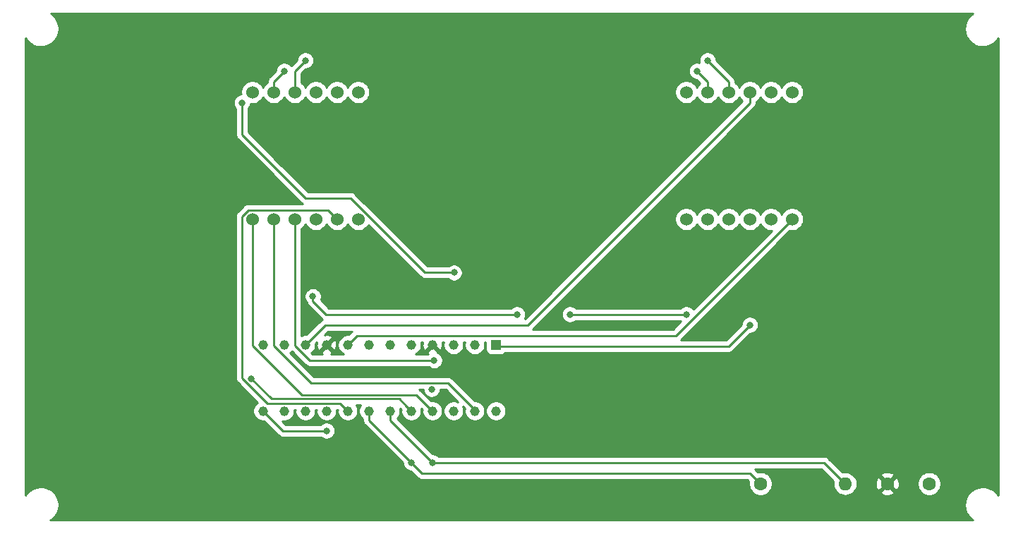
<source format=gbl>
G04 #@! TF.GenerationSoftware,KiCad,Pcbnew,(5.1.2-1)-1*
G04 #@! TF.CreationDate,2020-07-06T20:22:29+09:00*
G04 #@! TF.ProjectId,usb_7seg,7573625f-3773-4656-972e-6b696361645f,rev?*
G04 #@! TF.SameCoordinates,Original*
G04 #@! TF.FileFunction,Copper,L2,Bot*
G04 #@! TF.FilePolarity,Positive*
%FSLAX46Y46*%
G04 Gerber Fmt 4.6, Leading zero omitted, Abs format (unit mm)*
G04 Created by KiCad (PCBNEW (5.1.2-1)-1) date 2020-07-06 20:22:29*
%MOMM*%
%LPD*%
G04 APERTURE LIST*
%ADD10C,1.524000*%
%ADD11C,1.600000*%
%ADD12R,1.160000X1.160000*%
%ADD13C,1.160000*%
%ADD14O,1.600000X1.600000*%
%ADD15C,0.800000*%
%ADD16C,0.250000*%
%ADD17C,0.254000*%
G04 APERTURE END LIST*
D10*
X102870000Y-50800000D03*
X105410000Y-50800000D03*
X107950000Y-50800000D03*
X110490000Y-50800000D03*
X113030000Y-50800000D03*
X115570000Y-50800000D03*
X115570000Y-35560000D03*
X113030000Y-35560000D03*
X110490000Y-35560000D03*
X107950000Y-35560000D03*
X105410000Y-35560000D03*
X102870000Y-35560000D03*
D11*
X127000000Y-82550000D03*
X132000000Y-82550000D03*
D12*
X80010000Y-65880000D03*
D13*
X77470000Y-65880000D03*
X74930000Y-65880000D03*
X72390000Y-65880000D03*
X69850000Y-65880000D03*
X67310000Y-65880000D03*
X64770000Y-65880000D03*
X62230000Y-65880000D03*
X59690000Y-65880000D03*
X57150000Y-65880000D03*
X54610000Y-65880000D03*
X52070000Y-65880000D03*
X52070000Y-73820000D03*
X54610000Y-73820000D03*
X57150000Y-73820000D03*
X59690000Y-73820000D03*
X62230000Y-73820000D03*
X64770000Y-73820000D03*
X67310000Y-73820000D03*
X69850000Y-73820000D03*
X72390000Y-73820000D03*
X74930000Y-73820000D03*
X77470000Y-73820000D03*
X80010000Y-73820000D03*
D11*
X111760000Y-82550000D03*
D14*
X121920000Y-82550000D03*
D10*
X50800000Y-50800000D03*
X53340000Y-50800000D03*
X55880000Y-50800000D03*
X58420000Y-50800000D03*
X60960000Y-50800000D03*
X63500000Y-50800000D03*
X63500000Y-35560000D03*
X60960000Y-35560000D03*
X58420000Y-35560000D03*
X55880000Y-35560000D03*
X53340000Y-35560000D03*
X50800000Y-35560000D03*
D15*
X87630000Y-78740000D03*
X110490000Y-63500000D03*
X49530000Y-36830000D03*
X74990403Y-57210403D03*
X58052000Y-60058000D03*
X88900000Y-62230000D03*
X102870000Y-62230000D03*
X82550000Y-62230000D03*
X59690000Y-76200000D03*
X104140000Y-33020000D03*
X54610000Y-33020000D03*
X105410000Y-31750000D03*
X57150000Y-31750000D03*
X72390000Y-80010000D03*
X50677653Y-69972347D03*
X72310000Y-71200000D03*
X72607059Y-67747747D03*
X69850000Y-80010000D03*
D16*
X76360000Y-69850000D02*
X78740000Y-69850000D01*
X78740000Y-69850000D02*
X87630000Y-78740000D01*
X72390000Y-65880000D02*
X76360000Y-69850000D01*
X107950000Y-66040000D02*
X110490000Y-63500000D01*
X80170000Y-66040000D02*
X107950000Y-66040000D01*
X80010000Y-65880000D02*
X80170000Y-66040000D01*
X49530000Y-36830000D02*
X49530000Y-40640000D01*
X49530000Y-40640000D02*
X53340000Y-44450000D01*
X53340000Y-44450000D02*
X57150000Y-48260000D01*
X62568762Y-48260000D02*
X71458762Y-57150000D01*
X57150000Y-48260000D02*
X62568762Y-48260000D01*
X74930000Y-57150000D02*
X74990403Y-57210403D01*
X71458762Y-57150000D02*
X74930000Y-57150000D01*
X115570000Y-50800000D02*
X101600000Y-64770000D01*
X63340000Y-64770000D02*
X62230000Y-65880000D01*
X101600000Y-64770000D02*
X63340000Y-64770000D01*
X110490000Y-35560000D02*
X110490000Y-36830000D01*
X110490000Y-36830000D02*
X83820000Y-63500000D01*
X57150000Y-65880000D02*
X59530000Y-63500000D01*
X59530000Y-63500000D02*
X83820000Y-63500000D01*
X88900000Y-62230000D02*
X102870000Y-62230000D01*
X58052000Y-60623685D02*
X59658315Y-62230000D01*
X58052000Y-60058000D02*
X58052000Y-60623685D01*
X59658315Y-62230000D02*
X82550000Y-62230000D01*
X54450000Y-76200000D02*
X59690000Y-76200000D01*
X52070000Y-73820000D02*
X54450000Y-76200000D01*
X105410000Y-35560000D02*
X105410000Y-34290000D01*
X105410000Y-34290000D02*
X104140000Y-33020000D01*
X54610000Y-33020000D02*
X53340000Y-34290000D01*
X53340000Y-34290000D02*
X53340000Y-35560000D01*
X107950000Y-34290000D02*
X105410000Y-31750000D01*
X107950000Y-35560000D02*
X107950000Y-34290000D01*
X57150000Y-31750000D02*
X55880000Y-33020000D01*
X55880000Y-33020000D02*
X55880000Y-35560000D01*
X60198001Y-50038001D02*
X60960000Y-50800000D01*
X59872999Y-49712999D02*
X60198001Y-50038001D01*
X50278239Y-49712999D02*
X59872999Y-49712999D01*
X49530000Y-50461238D02*
X50278239Y-49712999D01*
X62230000Y-73820000D02*
X61324999Y-72914999D01*
X52594999Y-72914999D02*
X49530000Y-69850000D01*
X61324999Y-72914999D02*
X52594999Y-72914999D01*
X49530000Y-69850000D02*
X49530000Y-50461238D01*
X67310000Y-74930000D02*
X72390000Y-80010000D01*
X67310000Y-73820000D02*
X67310000Y-74930000D01*
X119380000Y-80010000D02*
X121920000Y-82550000D01*
X72390000Y-80010000D02*
X119380000Y-80010000D01*
X69270001Y-73240001D02*
X69850000Y-73820000D01*
X68405011Y-72375011D02*
X69270001Y-73240001D01*
X53080317Y-72375011D02*
X68405011Y-72375011D01*
X50677653Y-69972347D02*
X53080317Y-72375011D01*
X71810001Y-73240001D02*
X72390000Y-73820000D01*
X56775599Y-71925001D02*
X70495001Y-71925001D01*
X50800000Y-65949402D02*
X56775599Y-71925001D01*
X70495001Y-71925001D02*
X71810001Y-73240001D01*
X50800000Y-50800000D02*
X50800000Y-65949402D01*
X55880000Y-65949402D02*
X57678345Y-67747747D01*
X55880000Y-50800000D02*
X55880000Y-65949402D01*
X57678345Y-67747747D02*
X72607059Y-67747747D01*
X57865597Y-70474999D02*
X74284999Y-70474999D01*
X53340000Y-65949402D02*
X57865597Y-70474999D01*
X53340000Y-50800000D02*
X53340000Y-65949402D01*
X74284999Y-70474999D02*
X77470000Y-73660000D01*
X77470000Y-73660000D02*
X77470000Y-73820000D01*
X64770000Y-74930000D02*
X69850000Y-80010000D01*
X64770000Y-73820000D02*
X64770000Y-74930000D01*
X69850000Y-80010000D02*
X71120000Y-81280000D01*
X110490000Y-81280000D02*
X111760000Y-82550000D01*
X71120000Y-81280000D02*
X110490000Y-81280000D01*
D17*
G36*
X137185844Y-26149895D02*
G01*
X136861839Y-26425645D01*
X136597565Y-26759076D01*
X136403087Y-27137488D01*
X136285814Y-27546468D01*
X136250212Y-27970438D01*
X136297638Y-28393247D01*
X136426285Y-28798793D01*
X136631253Y-29171628D01*
X136904734Y-29497550D01*
X137236312Y-29764146D01*
X137613358Y-29961261D01*
X138021509Y-30081386D01*
X138445219Y-30119947D01*
X138868350Y-30075474D01*
X139274784Y-29949662D01*
X139649041Y-29747302D01*
X139976864Y-29476103D01*
X140245768Y-29146394D01*
X140275001Y-29091415D01*
X140275000Y-83945376D01*
X140211376Y-83833378D01*
X139933371Y-83511305D01*
X139598102Y-83249365D01*
X139218342Y-83057534D01*
X138808553Y-82943119D01*
X138384346Y-82910478D01*
X137961877Y-82960854D01*
X137557239Y-83092329D01*
X137185844Y-83299895D01*
X136861839Y-83575645D01*
X136597565Y-83909076D01*
X136403087Y-84287488D01*
X136285814Y-84696468D01*
X136250212Y-85120438D01*
X136297638Y-85543247D01*
X136426285Y-85948793D01*
X136631253Y-86321628D01*
X136904734Y-86647550D01*
X137236312Y-86914146D01*
X137276202Y-86935000D01*
X26549320Y-86935000D01*
X26619041Y-86897302D01*
X26946864Y-86626103D01*
X27215768Y-86296394D01*
X27415510Y-85920733D01*
X27538482Y-85513431D01*
X27580000Y-85090000D01*
X27579150Y-85029131D01*
X27525826Y-84607024D01*
X27391529Y-84203314D01*
X27181376Y-83833378D01*
X26903371Y-83511305D01*
X26568102Y-83249365D01*
X26188342Y-83057534D01*
X25778553Y-82943119D01*
X25354346Y-82910478D01*
X24931877Y-82960854D01*
X24527239Y-83092329D01*
X24155844Y-83299895D01*
X23831839Y-83575645D01*
X23567565Y-83909076D01*
X23555000Y-83933525D01*
X23555000Y-36728061D01*
X48495000Y-36728061D01*
X48495000Y-36931939D01*
X48534774Y-37131898D01*
X48612795Y-37320256D01*
X48726063Y-37489774D01*
X48770000Y-37533711D01*
X48770001Y-40602668D01*
X48766324Y-40640000D01*
X48780998Y-40788985D01*
X48824454Y-40932246D01*
X48895026Y-41064276D01*
X48966201Y-41151002D01*
X48990000Y-41180001D01*
X49018998Y-41203799D01*
X52828997Y-45013799D01*
X52829003Y-45013804D01*
X56586200Y-48771002D01*
X56609999Y-48800001D01*
X56725724Y-48894974D01*
X56834280Y-48952999D01*
X50315564Y-48952999D01*
X50278239Y-48949323D01*
X50240914Y-48952999D01*
X50240906Y-48952999D01*
X50129253Y-48963996D01*
X49985992Y-49007453D01*
X49853963Y-49078025D01*
X49738238Y-49172998D01*
X49714440Y-49201997D01*
X49018998Y-49897439D01*
X48990000Y-49921237D01*
X48966202Y-49950235D01*
X48966201Y-49950236D01*
X48895026Y-50036962D01*
X48824454Y-50168992D01*
X48796848Y-50260000D01*
X48780998Y-50312252D01*
X48774746Y-50375725D01*
X48766324Y-50461238D01*
X48770001Y-50498571D01*
X48770000Y-69812678D01*
X48766324Y-69850000D01*
X48770000Y-69887322D01*
X48770000Y-69887332D01*
X48780997Y-69998985D01*
X48803839Y-70074286D01*
X48824454Y-70142246D01*
X48895026Y-70274276D01*
X48934871Y-70322826D01*
X48989999Y-70390001D01*
X49019003Y-70413804D01*
X51406960Y-72801762D01*
X51295483Y-72876248D01*
X51126248Y-73045483D01*
X50993281Y-73244482D01*
X50901692Y-73465598D01*
X50855000Y-73700333D01*
X50855000Y-73939667D01*
X50901692Y-74174402D01*
X50993281Y-74395518D01*
X51126248Y-74594517D01*
X51295483Y-74763752D01*
X51494482Y-74896719D01*
X51715598Y-74988308D01*
X51950333Y-75035000D01*
X52189667Y-75035000D01*
X52206792Y-75031594D01*
X53886201Y-76711003D01*
X53909999Y-76740001D01*
X54025724Y-76834974D01*
X54157753Y-76905546D01*
X54301014Y-76949003D01*
X54412667Y-76960000D01*
X54412676Y-76960000D01*
X54449999Y-76963676D01*
X54487322Y-76960000D01*
X58986289Y-76960000D01*
X59030226Y-77003937D01*
X59199744Y-77117205D01*
X59388102Y-77195226D01*
X59588061Y-77235000D01*
X59791939Y-77235000D01*
X59991898Y-77195226D01*
X60180256Y-77117205D01*
X60349774Y-77003937D01*
X60493937Y-76859774D01*
X60607205Y-76690256D01*
X60685226Y-76501898D01*
X60725000Y-76301939D01*
X60725000Y-76098061D01*
X60685226Y-75898102D01*
X60607205Y-75709744D01*
X60493937Y-75540226D01*
X60349774Y-75396063D01*
X60180256Y-75282795D01*
X59991898Y-75204774D01*
X59791939Y-75165000D01*
X59588061Y-75165000D01*
X59388102Y-75204774D01*
X59199744Y-75282795D01*
X59030226Y-75396063D01*
X58986289Y-75440000D01*
X54764802Y-75440000D01*
X54327390Y-75002588D01*
X54490333Y-75035000D01*
X54729667Y-75035000D01*
X54964402Y-74988308D01*
X55185518Y-74896719D01*
X55384517Y-74763752D01*
X55553752Y-74594517D01*
X55686719Y-74395518D01*
X55778308Y-74174402D01*
X55825000Y-73939667D01*
X55825000Y-73700333D01*
X55819961Y-73674999D01*
X55940039Y-73674999D01*
X55935000Y-73700333D01*
X55935000Y-73939667D01*
X55981692Y-74174402D01*
X56073281Y-74395518D01*
X56206248Y-74594517D01*
X56375483Y-74763752D01*
X56574482Y-74896719D01*
X56795598Y-74988308D01*
X57030333Y-75035000D01*
X57269667Y-75035000D01*
X57504402Y-74988308D01*
X57725518Y-74896719D01*
X57924517Y-74763752D01*
X58093752Y-74594517D01*
X58226719Y-74395518D01*
X58318308Y-74174402D01*
X58365000Y-73939667D01*
X58365000Y-73700333D01*
X58359961Y-73674999D01*
X58480039Y-73674999D01*
X58475000Y-73700333D01*
X58475000Y-73939667D01*
X58521692Y-74174402D01*
X58613281Y-74395518D01*
X58746248Y-74594517D01*
X58915483Y-74763752D01*
X59114482Y-74896719D01*
X59335598Y-74988308D01*
X59570333Y-75035000D01*
X59809667Y-75035000D01*
X60044402Y-74988308D01*
X60265518Y-74896719D01*
X60464517Y-74763752D01*
X60633752Y-74594517D01*
X60766719Y-74395518D01*
X60858308Y-74174402D01*
X60905000Y-73939667D01*
X60905000Y-73700333D01*
X60899961Y-73674999D01*
X61010198Y-73674999D01*
X61018406Y-73683208D01*
X61015000Y-73700333D01*
X61015000Y-73939667D01*
X61061692Y-74174402D01*
X61153281Y-74395518D01*
X61286248Y-74594517D01*
X61455483Y-74763752D01*
X61654482Y-74896719D01*
X61875598Y-74988308D01*
X62110333Y-75035000D01*
X62349667Y-75035000D01*
X62584402Y-74988308D01*
X62805518Y-74896719D01*
X63004517Y-74763752D01*
X63173752Y-74594517D01*
X63306719Y-74395518D01*
X63398308Y-74174402D01*
X63445000Y-73939667D01*
X63445000Y-73700333D01*
X63398308Y-73465598D01*
X63306719Y-73244482D01*
X63233573Y-73135011D01*
X63766427Y-73135011D01*
X63693281Y-73244482D01*
X63601692Y-73465598D01*
X63555000Y-73700333D01*
X63555000Y-73939667D01*
X63601692Y-74174402D01*
X63693281Y-74395518D01*
X63826248Y-74594517D01*
X63995483Y-74763752D01*
X64010001Y-74773453D01*
X64010001Y-74892668D01*
X64006324Y-74930000D01*
X64020998Y-75078985D01*
X64064454Y-75222246D01*
X64135026Y-75354276D01*
X64205379Y-75440000D01*
X64230000Y-75470001D01*
X64258998Y-75493799D01*
X68815000Y-80049802D01*
X68815000Y-80111939D01*
X68854774Y-80311898D01*
X68932795Y-80500256D01*
X69046063Y-80669774D01*
X69190226Y-80813937D01*
X69359744Y-80927205D01*
X69548102Y-81005226D01*
X69748061Y-81045000D01*
X69810199Y-81045000D01*
X70556200Y-81791002D01*
X70579999Y-81820001D01*
X70695724Y-81914974D01*
X70827753Y-81985546D01*
X70971014Y-82029003D01*
X71082667Y-82040000D01*
X71082676Y-82040000D01*
X71119999Y-82043676D01*
X71157322Y-82040000D01*
X110175199Y-82040000D01*
X110361312Y-82226114D01*
X110325000Y-82408665D01*
X110325000Y-82691335D01*
X110380147Y-82968574D01*
X110488320Y-83229727D01*
X110645363Y-83464759D01*
X110845241Y-83664637D01*
X111080273Y-83821680D01*
X111341426Y-83929853D01*
X111618665Y-83985000D01*
X111901335Y-83985000D01*
X112178574Y-83929853D01*
X112439727Y-83821680D01*
X112674759Y-83664637D01*
X112874637Y-83464759D01*
X113031680Y-83229727D01*
X113139853Y-82968574D01*
X113195000Y-82691335D01*
X113195000Y-82408665D01*
X113139853Y-82131426D01*
X113031680Y-81870273D01*
X112874637Y-81635241D01*
X112674759Y-81435363D01*
X112439727Y-81278320D01*
X112178574Y-81170147D01*
X111901335Y-81115000D01*
X111618665Y-81115000D01*
X111436114Y-81151312D01*
X111054801Y-80770000D01*
X119065199Y-80770000D01*
X120519292Y-82224094D01*
X120505764Y-82268691D01*
X120478057Y-82550000D01*
X120505764Y-82831309D01*
X120587818Y-83101808D01*
X120721068Y-83351101D01*
X120900392Y-83569608D01*
X121118899Y-83748932D01*
X121368192Y-83882182D01*
X121638691Y-83964236D01*
X121849508Y-83985000D01*
X121990492Y-83985000D01*
X122201309Y-83964236D01*
X122471808Y-83882182D01*
X122721101Y-83748932D01*
X122939608Y-83569608D01*
X122961689Y-83542702D01*
X126186903Y-83542702D01*
X126258486Y-83786671D01*
X126513996Y-83907571D01*
X126788184Y-83976300D01*
X127070512Y-83990217D01*
X127350130Y-83948787D01*
X127616292Y-83853603D01*
X127741514Y-83786671D01*
X127813097Y-83542702D01*
X127000000Y-82729605D01*
X126186903Y-83542702D01*
X122961689Y-83542702D01*
X123118932Y-83351101D01*
X123252182Y-83101808D01*
X123334236Y-82831309D01*
X123354998Y-82620512D01*
X125559783Y-82620512D01*
X125601213Y-82900130D01*
X125696397Y-83166292D01*
X125763329Y-83291514D01*
X126007298Y-83363097D01*
X126820395Y-82550000D01*
X127179605Y-82550000D01*
X127992702Y-83363097D01*
X128236671Y-83291514D01*
X128357571Y-83036004D01*
X128426300Y-82761816D01*
X128440217Y-82479488D01*
X128429724Y-82408665D01*
X130565000Y-82408665D01*
X130565000Y-82691335D01*
X130620147Y-82968574D01*
X130728320Y-83229727D01*
X130885363Y-83464759D01*
X131085241Y-83664637D01*
X131320273Y-83821680D01*
X131581426Y-83929853D01*
X131858665Y-83985000D01*
X132141335Y-83985000D01*
X132418574Y-83929853D01*
X132679727Y-83821680D01*
X132914759Y-83664637D01*
X133114637Y-83464759D01*
X133271680Y-83229727D01*
X133379853Y-82968574D01*
X133435000Y-82691335D01*
X133435000Y-82408665D01*
X133379853Y-82131426D01*
X133271680Y-81870273D01*
X133114637Y-81635241D01*
X132914759Y-81435363D01*
X132679727Y-81278320D01*
X132418574Y-81170147D01*
X132141335Y-81115000D01*
X131858665Y-81115000D01*
X131581426Y-81170147D01*
X131320273Y-81278320D01*
X131085241Y-81435363D01*
X130885363Y-81635241D01*
X130728320Y-81870273D01*
X130620147Y-82131426D01*
X130565000Y-82408665D01*
X128429724Y-82408665D01*
X128398787Y-82199870D01*
X128303603Y-81933708D01*
X128236671Y-81808486D01*
X127992702Y-81736903D01*
X127179605Y-82550000D01*
X126820395Y-82550000D01*
X126007298Y-81736903D01*
X125763329Y-81808486D01*
X125642429Y-82063996D01*
X125573700Y-82338184D01*
X125559783Y-82620512D01*
X123354998Y-82620512D01*
X123361943Y-82550000D01*
X123334236Y-82268691D01*
X123252182Y-81998192D01*
X123118932Y-81748899D01*
X122961690Y-81557298D01*
X126186903Y-81557298D01*
X127000000Y-82370395D01*
X127813097Y-81557298D01*
X127741514Y-81313329D01*
X127486004Y-81192429D01*
X127211816Y-81123700D01*
X126929488Y-81109783D01*
X126649870Y-81151213D01*
X126383708Y-81246397D01*
X126258486Y-81313329D01*
X126186903Y-81557298D01*
X122961690Y-81557298D01*
X122939608Y-81530392D01*
X122721101Y-81351068D01*
X122471808Y-81217818D01*
X122201309Y-81135764D01*
X121990492Y-81115000D01*
X121849508Y-81115000D01*
X121638691Y-81135764D01*
X121594094Y-81149292D01*
X119943804Y-79499003D01*
X119920001Y-79469999D01*
X119804276Y-79375026D01*
X119672247Y-79304454D01*
X119528986Y-79260997D01*
X119417333Y-79250000D01*
X119417322Y-79250000D01*
X119380000Y-79246324D01*
X119342678Y-79250000D01*
X73093711Y-79250000D01*
X73049774Y-79206063D01*
X72880256Y-79092795D01*
X72691898Y-79014774D01*
X72491939Y-78975000D01*
X72429802Y-78975000D01*
X68151535Y-74696734D01*
X68253752Y-74594517D01*
X68386719Y-74395518D01*
X68478308Y-74174402D01*
X68525000Y-73939667D01*
X68525000Y-73700333D01*
X68492588Y-73537390D01*
X68638406Y-73683208D01*
X68635000Y-73700333D01*
X68635000Y-73939667D01*
X68681692Y-74174402D01*
X68773281Y-74395518D01*
X68906248Y-74594517D01*
X69075483Y-74763752D01*
X69274482Y-74896719D01*
X69495598Y-74988308D01*
X69730333Y-75035000D01*
X69969667Y-75035000D01*
X70204402Y-74988308D01*
X70425518Y-74896719D01*
X70624517Y-74763752D01*
X70793752Y-74594517D01*
X70926719Y-74395518D01*
X71018308Y-74174402D01*
X71065000Y-73939667D01*
X71065000Y-73700333D01*
X71032588Y-73537390D01*
X71178406Y-73683208D01*
X71175000Y-73700333D01*
X71175000Y-73939667D01*
X71221692Y-74174402D01*
X71313281Y-74395518D01*
X71446248Y-74594517D01*
X71615483Y-74763752D01*
X71814482Y-74896719D01*
X72035598Y-74988308D01*
X72270333Y-75035000D01*
X72509667Y-75035000D01*
X72744402Y-74988308D01*
X72965518Y-74896719D01*
X73164517Y-74763752D01*
X73333752Y-74594517D01*
X73466719Y-74395518D01*
X73558308Y-74174402D01*
X73605000Y-73939667D01*
X73605000Y-73700333D01*
X73558308Y-73465598D01*
X73466719Y-73244482D01*
X73333752Y-73045483D01*
X73164517Y-72876248D01*
X72965518Y-72743281D01*
X72744402Y-72651692D01*
X72509667Y-72605000D01*
X72270333Y-72605000D01*
X72253208Y-72608406D01*
X71058805Y-71414004D01*
X71035002Y-71385000D01*
X70919277Y-71290027D01*
X70816328Y-71234999D01*
X71275000Y-71234999D01*
X71275000Y-71301939D01*
X71314774Y-71501898D01*
X71392795Y-71690256D01*
X71506063Y-71859774D01*
X71650226Y-72003937D01*
X71819744Y-72117205D01*
X72008102Y-72195226D01*
X72208061Y-72235000D01*
X72411939Y-72235000D01*
X72611898Y-72195226D01*
X72800256Y-72117205D01*
X72969774Y-72003937D01*
X73113937Y-71859774D01*
X73227205Y-71690256D01*
X73305226Y-71501898D01*
X73345000Y-71301939D01*
X73345000Y-71234999D01*
X73970198Y-71234999D01*
X75459360Y-72724162D01*
X75284402Y-72651692D01*
X75049667Y-72605000D01*
X74810333Y-72605000D01*
X74575598Y-72651692D01*
X74354482Y-72743281D01*
X74155483Y-72876248D01*
X73986248Y-73045483D01*
X73853281Y-73244482D01*
X73761692Y-73465598D01*
X73715000Y-73700333D01*
X73715000Y-73939667D01*
X73761692Y-74174402D01*
X73853281Y-74395518D01*
X73986248Y-74594517D01*
X74155483Y-74763752D01*
X74354482Y-74896719D01*
X74575598Y-74988308D01*
X74810333Y-75035000D01*
X75049667Y-75035000D01*
X75284402Y-74988308D01*
X75505518Y-74896719D01*
X75704517Y-74763752D01*
X75873752Y-74594517D01*
X76006719Y-74395518D01*
X76098308Y-74174402D01*
X76145000Y-73939667D01*
X76145000Y-73700333D01*
X76098308Y-73465598D01*
X76025838Y-73290640D01*
X76284952Y-73549754D01*
X76255000Y-73700333D01*
X76255000Y-73939667D01*
X76301692Y-74174402D01*
X76393281Y-74395518D01*
X76526248Y-74594517D01*
X76695483Y-74763752D01*
X76894482Y-74896719D01*
X77115598Y-74988308D01*
X77350333Y-75035000D01*
X77589667Y-75035000D01*
X77824402Y-74988308D01*
X78045518Y-74896719D01*
X78244517Y-74763752D01*
X78413752Y-74594517D01*
X78546719Y-74395518D01*
X78638308Y-74174402D01*
X78685000Y-73939667D01*
X78685000Y-73700333D01*
X78795000Y-73700333D01*
X78795000Y-73939667D01*
X78841692Y-74174402D01*
X78933281Y-74395518D01*
X79066248Y-74594517D01*
X79235483Y-74763752D01*
X79434482Y-74896719D01*
X79655598Y-74988308D01*
X79890333Y-75035000D01*
X80129667Y-75035000D01*
X80364402Y-74988308D01*
X80585518Y-74896719D01*
X80784517Y-74763752D01*
X80953752Y-74594517D01*
X81086719Y-74395518D01*
X81178308Y-74174402D01*
X81225000Y-73939667D01*
X81225000Y-73700333D01*
X81178308Y-73465598D01*
X81086719Y-73244482D01*
X80953752Y-73045483D01*
X80784517Y-72876248D01*
X80585518Y-72743281D01*
X80364402Y-72651692D01*
X80129667Y-72605000D01*
X79890333Y-72605000D01*
X79655598Y-72651692D01*
X79434482Y-72743281D01*
X79235483Y-72876248D01*
X79066248Y-73045483D01*
X78933281Y-73244482D01*
X78841692Y-73465598D01*
X78795000Y-73700333D01*
X78685000Y-73700333D01*
X78638308Y-73465598D01*
X78546719Y-73244482D01*
X78413752Y-73045483D01*
X78244517Y-72876248D01*
X78045518Y-72743281D01*
X77824402Y-72651692D01*
X77589667Y-72605000D01*
X77489802Y-72605000D01*
X74848803Y-69964002D01*
X74825000Y-69934998D01*
X74709275Y-69840025D01*
X74577246Y-69769453D01*
X74433985Y-69725996D01*
X74322332Y-69714999D01*
X74322321Y-69714999D01*
X74284999Y-69711323D01*
X74247677Y-69714999D01*
X58180399Y-69714999D01*
X55327349Y-66861950D01*
X55384517Y-66823752D01*
X55532033Y-66676236D01*
X57114546Y-68258750D01*
X57138344Y-68287748D01*
X57167342Y-68311546D01*
X57254068Y-68382721D01*
X57386098Y-68453293D01*
X57529359Y-68496750D01*
X57641012Y-68507747D01*
X57641022Y-68507747D01*
X57678345Y-68511423D01*
X57715668Y-68507747D01*
X71903348Y-68507747D01*
X71947285Y-68551684D01*
X72116803Y-68664952D01*
X72305161Y-68742973D01*
X72505120Y-68782747D01*
X72708998Y-68782747D01*
X72908957Y-68742973D01*
X73097315Y-68664952D01*
X73266833Y-68551684D01*
X73410996Y-68407521D01*
X73524264Y-68238003D01*
X73602285Y-68049645D01*
X73642059Y-67849686D01*
X73642059Y-67645808D01*
X73602285Y-67445849D01*
X73524264Y-67257491D01*
X73410996Y-67087973D01*
X73266833Y-66943810D01*
X73097315Y-66830542D01*
X73028326Y-66801966D01*
X73045848Y-66715453D01*
X72390000Y-66059605D01*
X71734152Y-66715453D01*
X71779024Y-66937002D01*
X71890869Y-66987747D01*
X70350610Y-66987747D01*
X70425518Y-66956719D01*
X70624517Y-66823752D01*
X70793752Y-66654517D01*
X70926719Y-66455518D01*
X71018308Y-66234402D01*
X71065000Y-65999667D01*
X71065000Y-65760333D01*
X71019184Y-65530000D01*
X71224057Y-65530000D01*
X71179647Y-65720028D01*
X71171694Y-65959231D01*
X71210560Y-66195388D01*
X71294752Y-66419426D01*
X71332998Y-66490976D01*
X71554547Y-66535848D01*
X72210395Y-65880000D01*
X72196253Y-65865858D01*
X72375858Y-65686253D01*
X72390000Y-65700395D01*
X72404143Y-65686253D01*
X72583748Y-65865858D01*
X72569605Y-65880000D01*
X73225453Y-66535848D01*
X73447002Y-66490976D01*
X73545888Y-66273026D01*
X73600353Y-66039972D01*
X73608306Y-65800769D01*
X73569440Y-65564612D01*
X73556433Y-65530000D01*
X73760816Y-65530000D01*
X73715000Y-65760333D01*
X73715000Y-65999667D01*
X73761692Y-66234402D01*
X73853281Y-66455518D01*
X73986248Y-66654517D01*
X74155483Y-66823752D01*
X74354482Y-66956719D01*
X74575598Y-67048308D01*
X74810333Y-67095000D01*
X75049667Y-67095000D01*
X75284402Y-67048308D01*
X75505518Y-66956719D01*
X75704517Y-66823752D01*
X75873752Y-66654517D01*
X76006719Y-66455518D01*
X76098308Y-66234402D01*
X76145000Y-65999667D01*
X76145000Y-65760333D01*
X76099184Y-65530000D01*
X76300816Y-65530000D01*
X76255000Y-65760333D01*
X76255000Y-65999667D01*
X76301692Y-66234402D01*
X76393281Y-66455518D01*
X76526248Y-66654517D01*
X76695483Y-66823752D01*
X76894482Y-66956719D01*
X77115598Y-67048308D01*
X77350333Y-67095000D01*
X77589667Y-67095000D01*
X77824402Y-67048308D01*
X78045518Y-66956719D01*
X78244517Y-66823752D01*
X78413752Y-66654517D01*
X78546719Y-66455518D01*
X78638308Y-66234402D01*
X78685000Y-65999667D01*
X78685000Y-65760333D01*
X78639184Y-65530000D01*
X78791928Y-65530000D01*
X78791928Y-66460000D01*
X78804188Y-66584482D01*
X78840498Y-66704180D01*
X78899463Y-66814494D01*
X78978815Y-66911185D01*
X79075506Y-66990537D01*
X79185820Y-67049502D01*
X79305518Y-67085812D01*
X79430000Y-67098072D01*
X80590000Y-67098072D01*
X80714482Y-67085812D01*
X80834180Y-67049502D01*
X80944494Y-66990537D01*
X81041185Y-66911185D01*
X81120537Y-66814494D01*
X81128284Y-66800000D01*
X107912678Y-66800000D01*
X107950000Y-66803676D01*
X107987322Y-66800000D01*
X107987333Y-66800000D01*
X108098986Y-66789003D01*
X108242247Y-66745546D01*
X108374276Y-66674974D01*
X108490001Y-66580001D01*
X108513804Y-66550997D01*
X110529803Y-64535000D01*
X110591939Y-64535000D01*
X110791898Y-64495226D01*
X110980256Y-64417205D01*
X111149774Y-64303937D01*
X111293937Y-64159774D01*
X111407205Y-63990256D01*
X111485226Y-63801898D01*
X111525000Y-63601939D01*
X111525000Y-63398061D01*
X111485226Y-63198102D01*
X111407205Y-63009744D01*
X111293937Y-62840226D01*
X111149774Y-62696063D01*
X110980256Y-62582795D01*
X110791898Y-62504774D01*
X110591939Y-62465000D01*
X110388061Y-62465000D01*
X110188102Y-62504774D01*
X109999744Y-62582795D01*
X109830226Y-62696063D01*
X109686063Y-62840226D01*
X109572795Y-63009744D01*
X109494774Y-63198102D01*
X109455000Y-63398061D01*
X109455000Y-63460197D01*
X107635199Y-65280000D01*
X102164801Y-65280000D01*
X115278431Y-52166372D01*
X115432408Y-52197000D01*
X115707592Y-52197000D01*
X115977490Y-52143314D01*
X116231727Y-52038005D01*
X116460535Y-51885120D01*
X116655120Y-51690535D01*
X116808005Y-51461727D01*
X116913314Y-51207490D01*
X116967000Y-50937592D01*
X116967000Y-50662408D01*
X116913314Y-50392510D01*
X116808005Y-50138273D01*
X116655120Y-49909465D01*
X116460535Y-49714880D01*
X116231727Y-49561995D01*
X115977490Y-49456686D01*
X115707592Y-49403000D01*
X115432408Y-49403000D01*
X115162510Y-49456686D01*
X114908273Y-49561995D01*
X114679465Y-49714880D01*
X114484880Y-49909465D01*
X114331995Y-50138273D01*
X114300000Y-50215515D01*
X114268005Y-50138273D01*
X114115120Y-49909465D01*
X113920535Y-49714880D01*
X113691727Y-49561995D01*
X113437490Y-49456686D01*
X113167592Y-49403000D01*
X112892408Y-49403000D01*
X112622510Y-49456686D01*
X112368273Y-49561995D01*
X112139465Y-49714880D01*
X111944880Y-49909465D01*
X111791995Y-50138273D01*
X111760000Y-50215515D01*
X111728005Y-50138273D01*
X111575120Y-49909465D01*
X111380535Y-49714880D01*
X111151727Y-49561995D01*
X110897490Y-49456686D01*
X110627592Y-49403000D01*
X110352408Y-49403000D01*
X110082510Y-49456686D01*
X109828273Y-49561995D01*
X109599465Y-49714880D01*
X109404880Y-49909465D01*
X109251995Y-50138273D01*
X109220000Y-50215515D01*
X109188005Y-50138273D01*
X109035120Y-49909465D01*
X108840535Y-49714880D01*
X108611727Y-49561995D01*
X108357490Y-49456686D01*
X108087592Y-49403000D01*
X107812408Y-49403000D01*
X107542510Y-49456686D01*
X107288273Y-49561995D01*
X107059465Y-49714880D01*
X106864880Y-49909465D01*
X106711995Y-50138273D01*
X106680000Y-50215515D01*
X106648005Y-50138273D01*
X106495120Y-49909465D01*
X106300535Y-49714880D01*
X106071727Y-49561995D01*
X105817490Y-49456686D01*
X105547592Y-49403000D01*
X105272408Y-49403000D01*
X105002510Y-49456686D01*
X104748273Y-49561995D01*
X104519465Y-49714880D01*
X104324880Y-49909465D01*
X104171995Y-50138273D01*
X104140000Y-50215515D01*
X104108005Y-50138273D01*
X103955120Y-49909465D01*
X103760535Y-49714880D01*
X103531727Y-49561995D01*
X103277490Y-49456686D01*
X103007592Y-49403000D01*
X102732408Y-49403000D01*
X102462510Y-49456686D01*
X102208273Y-49561995D01*
X101979465Y-49714880D01*
X101784880Y-49909465D01*
X101631995Y-50138273D01*
X101526686Y-50392510D01*
X101473000Y-50662408D01*
X101473000Y-50937592D01*
X101526686Y-51207490D01*
X101631995Y-51461727D01*
X101784880Y-51690535D01*
X101979465Y-51885120D01*
X102208273Y-52038005D01*
X102462510Y-52143314D01*
X102732408Y-52197000D01*
X103007592Y-52197000D01*
X103277490Y-52143314D01*
X103531727Y-52038005D01*
X103760535Y-51885120D01*
X103955120Y-51690535D01*
X104108005Y-51461727D01*
X104140000Y-51384485D01*
X104171995Y-51461727D01*
X104324880Y-51690535D01*
X104519465Y-51885120D01*
X104748273Y-52038005D01*
X105002510Y-52143314D01*
X105272408Y-52197000D01*
X105547592Y-52197000D01*
X105817490Y-52143314D01*
X106071727Y-52038005D01*
X106300535Y-51885120D01*
X106495120Y-51690535D01*
X106648005Y-51461727D01*
X106680000Y-51384485D01*
X106711995Y-51461727D01*
X106864880Y-51690535D01*
X107059465Y-51885120D01*
X107288273Y-52038005D01*
X107542510Y-52143314D01*
X107812408Y-52197000D01*
X108087592Y-52197000D01*
X108357490Y-52143314D01*
X108611727Y-52038005D01*
X108840535Y-51885120D01*
X109035120Y-51690535D01*
X109188005Y-51461727D01*
X109220000Y-51384485D01*
X109251995Y-51461727D01*
X109404880Y-51690535D01*
X109599465Y-51885120D01*
X109828273Y-52038005D01*
X110082510Y-52143314D01*
X110352408Y-52197000D01*
X110627592Y-52197000D01*
X110897490Y-52143314D01*
X111151727Y-52038005D01*
X111380535Y-51885120D01*
X111575120Y-51690535D01*
X111728005Y-51461727D01*
X111760000Y-51384485D01*
X111791995Y-51461727D01*
X111944880Y-51690535D01*
X112139465Y-51885120D01*
X112368273Y-52038005D01*
X112622510Y-52143314D01*
X112892408Y-52197000D01*
X113098197Y-52197000D01*
X103694379Y-61600820D01*
X103673937Y-61570226D01*
X103529774Y-61426063D01*
X103360256Y-61312795D01*
X103171898Y-61234774D01*
X102971939Y-61195000D01*
X102768061Y-61195000D01*
X102568102Y-61234774D01*
X102379744Y-61312795D01*
X102210226Y-61426063D01*
X102166289Y-61470000D01*
X89603711Y-61470000D01*
X89559774Y-61426063D01*
X89390256Y-61312795D01*
X89201898Y-61234774D01*
X89001939Y-61195000D01*
X88798061Y-61195000D01*
X88598102Y-61234774D01*
X88409744Y-61312795D01*
X88240226Y-61426063D01*
X88096063Y-61570226D01*
X87982795Y-61739744D01*
X87904774Y-61928102D01*
X87865000Y-62128061D01*
X87865000Y-62331939D01*
X87904774Y-62531898D01*
X87982795Y-62720256D01*
X88096063Y-62889774D01*
X88240226Y-63033937D01*
X88409744Y-63147205D01*
X88598102Y-63225226D01*
X88798061Y-63265000D01*
X89001939Y-63265000D01*
X89201898Y-63225226D01*
X89390256Y-63147205D01*
X89559774Y-63033937D01*
X89603711Y-62990000D01*
X102166289Y-62990000D01*
X102210226Y-63033937D01*
X102240820Y-63054379D01*
X101285199Y-64010000D01*
X84384801Y-64010000D01*
X111001003Y-37393799D01*
X111030001Y-37370001D01*
X111124974Y-37254276D01*
X111195546Y-37122247D01*
X111239003Y-36978986D01*
X111250000Y-36867333D01*
X111250000Y-36867325D01*
X111253676Y-36830000D01*
X111250000Y-36792675D01*
X111250000Y-36732341D01*
X111380535Y-36645120D01*
X111575120Y-36450535D01*
X111728005Y-36221727D01*
X111760000Y-36144485D01*
X111791995Y-36221727D01*
X111944880Y-36450535D01*
X112139465Y-36645120D01*
X112368273Y-36798005D01*
X112622510Y-36903314D01*
X112892408Y-36957000D01*
X113167592Y-36957000D01*
X113437490Y-36903314D01*
X113691727Y-36798005D01*
X113920535Y-36645120D01*
X114115120Y-36450535D01*
X114268005Y-36221727D01*
X114300000Y-36144485D01*
X114331995Y-36221727D01*
X114484880Y-36450535D01*
X114679465Y-36645120D01*
X114908273Y-36798005D01*
X115162510Y-36903314D01*
X115432408Y-36957000D01*
X115707592Y-36957000D01*
X115977490Y-36903314D01*
X116231727Y-36798005D01*
X116460535Y-36645120D01*
X116655120Y-36450535D01*
X116808005Y-36221727D01*
X116913314Y-35967490D01*
X116967000Y-35697592D01*
X116967000Y-35422408D01*
X116913314Y-35152510D01*
X116808005Y-34898273D01*
X116655120Y-34669465D01*
X116460535Y-34474880D01*
X116231727Y-34321995D01*
X115977490Y-34216686D01*
X115707592Y-34163000D01*
X115432408Y-34163000D01*
X115162510Y-34216686D01*
X114908273Y-34321995D01*
X114679465Y-34474880D01*
X114484880Y-34669465D01*
X114331995Y-34898273D01*
X114300000Y-34975515D01*
X114268005Y-34898273D01*
X114115120Y-34669465D01*
X113920535Y-34474880D01*
X113691727Y-34321995D01*
X113437490Y-34216686D01*
X113167592Y-34163000D01*
X112892408Y-34163000D01*
X112622510Y-34216686D01*
X112368273Y-34321995D01*
X112139465Y-34474880D01*
X111944880Y-34669465D01*
X111791995Y-34898273D01*
X111760000Y-34975515D01*
X111728005Y-34898273D01*
X111575120Y-34669465D01*
X111380535Y-34474880D01*
X111151727Y-34321995D01*
X110897490Y-34216686D01*
X110627592Y-34163000D01*
X110352408Y-34163000D01*
X110082510Y-34216686D01*
X109828273Y-34321995D01*
X109599465Y-34474880D01*
X109404880Y-34669465D01*
X109251995Y-34898273D01*
X109220000Y-34975515D01*
X109188005Y-34898273D01*
X109035120Y-34669465D01*
X108840535Y-34474880D01*
X108710000Y-34387659D01*
X108710000Y-34327322D01*
X108713676Y-34289999D01*
X108710000Y-34252676D01*
X108710000Y-34252667D01*
X108699003Y-34141014D01*
X108655546Y-33997753D01*
X108584974Y-33865724D01*
X108571811Y-33849685D01*
X108513799Y-33778996D01*
X108513795Y-33778992D01*
X108490001Y-33749999D01*
X108461008Y-33726205D01*
X106445000Y-31710199D01*
X106445000Y-31648061D01*
X106405226Y-31448102D01*
X106327205Y-31259744D01*
X106213937Y-31090226D01*
X106069774Y-30946063D01*
X105900256Y-30832795D01*
X105711898Y-30754774D01*
X105511939Y-30715000D01*
X105308061Y-30715000D01*
X105108102Y-30754774D01*
X104919744Y-30832795D01*
X104750226Y-30946063D01*
X104606063Y-31090226D01*
X104492795Y-31259744D01*
X104414774Y-31448102D01*
X104375000Y-31648061D01*
X104375000Y-31851939D01*
X104408039Y-32018039D01*
X104241939Y-31985000D01*
X104038061Y-31985000D01*
X103838102Y-32024774D01*
X103649744Y-32102795D01*
X103480226Y-32216063D01*
X103336063Y-32360226D01*
X103222795Y-32529744D01*
X103144774Y-32718102D01*
X103105000Y-32918061D01*
X103105000Y-33121939D01*
X103144774Y-33321898D01*
X103222795Y-33510256D01*
X103336063Y-33679774D01*
X103480226Y-33823937D01*
X103649744Y-33937205D01*
X103838102Y-34015226D01*
X104038061Y-34055000D01*
X104100199Y-34055000D01*
X104519833Y-34474634D01*
X104519465Y-34474880D01*
X104324880Y-34669465D01*
X104171995Y-34898273D01*
X104140000Y-34975515D01*
X104108005Y-34898273D01*
X103955120Y-34669465D01*
X103760535Y-34474880D01*
X103531727Y-34321995D01*
X103277490Y-34216686D01*
X103007592Y-34163000D01*
X102732408Y-34163000D01*
X102462510Y-34216686D01*
X102208273Y-34321995D01*
X101979465Y-34474880D01*
X101784880Y-34669465D01*
X101631995Y-34898273D01*
X101526686Y-35152510D01*
X101473000Y-35422408D01*
X101473000Y-35697592D01*
X101526686Y-35967490D01*
X101631995Y-36221727D01*
X101784880Y-36450535D01*
X101979465Y-36645120D01*
X102208273Y-36798005D01*
X102462510Y-36903314D01*
X102732408Y-36957000D01*
X103007592Y-36957000D01*
X103277490Y-36903314D01*
X103531727Y-36798005D01*
X103760535Y-36645120D01*
X103955120Y-36450535D01*
X104108005Y-36221727D01*
X104140000Y-36144485D01*
X104171995Y-36221727D01*
X104324880Y-36450535D01*
X104519465Y-36645120D01*
X104748273Y-36798005D01*
X105002510Y-36903314D01*
X105272408Y-36957000D01*
X105547592Y-36957000D01*
X105817490Y-36903314D01*
X106071727Y-36798005D01*
X106300535Y-36645120D01*
X106495120Y-36450535D01*
X106648005Y-36221727D01*
X106680000Y-36144485D01*
X106711995Y-36221727D01*
X106864880Y-36450535D01*
X107059465Y-36645120D01*
X107288273Y-36798005D01*
X107542510Y-36903314D01*
X107812408Y-36957000D01*
X108087592Y-36957000D01*
X108357490Y-36903314D01*
X108611727Y-36798005D01*
X108840535Y-36645120D01*
X109035120Y-36450535D01*
X109188005Y-36221727D01*
X109220000Y-36144485D01*
X109251995Y-36221727D01*
X109404880Y-36450535D01*
X109599465Y-36645120D01*
X109599832Y-36645366D01*
X83505199Y-62740000D01*
X83454013Y-62740000D01*
X83467205Y-62720256D01*
X83545226Y-62531898D01*
X83585000Y-62331939D01*
X83585000Y-62128061D01*
X83545226Y-61928102D01*
X83467205Y-61739744D01*
X83353937Y-61570226D01*
X83209774Y-61426063D01*
X83040256Y-61312795D01*
X82851898Y-61234774D01*
X82651939Y-61195000D01*
X82448061Y-61195000D01*
X82248102Y-61234774D01*
X82059744Y-61312795D01*
X81890226Y-61426063D01*
X81846289Y-61470000D01*
X59973118Y-61470000D01*
X58993271Y-60490155D01*
X59047226Y-60359898D01*
X59087000Y-60159939D01*
X59087000Y-59956061D01*
X59047226Y-59756102D01*
X58969205Y-59567744D01*
X58855937Y-59398226D01*
X58711774Y-59254063D01*
X58542256Y-59140795D01*
X58353898Y-59062774D01*
X58153939Y-59023000D01*
X57950061Y-59023000D01*
X57750102Y-59062774D01*
X57561744Y-59140795D01*
X57392226Y-59254063D01*
X57248063Y-59398226D01*
X57134795Y-59567744D01*
X57056774Y-59756102D01*
X57017000Y-59956061D01*
X57017000Y-60159939D01*
X57056774Y-60359898D01*
X57134795Y-60548256D01*
X57248063Y-60717774D01*
X57303013Y-60772724D01*
X57346454Y-60915932D01*
X57371037Y-60961921D01*
X57417026Y-61047961D01*
X57488201Y-61134687D01*
X57512000Y-61163686D01*
X57540998Y-61187484D01*
X59094520Y-62741008D01*
X59118314Y-62770001D01*
X59147307Y-62793795D01*
X59147311Y-62793799D01*
X59183467Y-62823471D01*
X59105724Y-62865026D01*
X58989999Y-62959999D01*
X58966201Y-62988997D01*
X57286792Y-64668406D01*
X57269667Y-64665000D01*
X57030333Y-64665000D01*
X56795598Y-64711692D01*
X56640000Y-64776143D01*
X56640000Y-51972341D01*
X56770535Y-51885120D01*
X56965120Y-51690535D01*
X57118005Y-51461727D01*
X57150000Y-51384485D01*
X57181995Y-51461727D01*
X57334880Y-51690535D01*
X57529465Y-51885120D01*
X57758273Y-52038005D01*
X58012510Y-52143314D01*
X58282408Y-52197000D01*
X58557592Y-52197000D01*
X58827490Y-52143314D01*
X59081727Y-52038005D01*
X59310535Y-51885120D01*
X59505120Y-51690535D01*
X59658005Y-51461727D01*
X59690000Y-51384485D01*
X59721995Y-51461727D01*
X59874880Y-51690535D01*
X60069465Y-51885120D01*
X60298273Y-52038005D01*
X60552510Y-52143314D01*
X60822408Y-52197000D01*
X61097592Y-52197000D01*
X61367490Y-52143314D01*
X61621727Y-52038005D01*
X61850535Y-51885120D01*
X62045120Y-51690535D01*
X62198005Y-51461727D01*
X62230000Y-51384485D01*
X62261995Y-51461727D01*
X62414880Y-51690535D01*
X62609465Y-51885120D01*
X62838273Y-52038005D01*
X63092510Y-52143314D01*
X63362408Y-52197000D01*
X63637592Y-52197000D01*
X63907490Y-52143314D01*
X64161727Y-52038005D01*
X64390535Y-51885120D01*
X64585120Y-51690535D01*
X64721055Y-51487094D01*
X70894962Y-57661002D01*
X70918761Y-57690001D01*
X70947759Y-57713799D01*
X71034486Y-57784974D01*
X71166515Y-57855546D01*
X71309776Y-57899003D01*
X71458762Y-57913677D01*
X71496095Y-57910000D01*
X74226289Y-57910000D01*
X74330629Y-58014340D01*
X74500147Y-58127608D01*
X74688505Y-58205629D01*
X74888464Y-58245403D01*
X75092342Y-58245403D01*
X75292301Y-58205629D01*
X75480659Y-58127608D01*
X75650177Y-58014340D01*
X75794340Y-57870177D01*
X75907608Y-57700659D01*
X75985629Y-57512301D01*
X76025403Y-57312342D01*
X76025403Y-57108464D01*
X75985629Y-56908505D01*
X75907608Y-56720147D01*
X75794340Y-56550629D01*
X75650177Y-56406466D01*
X75480659Y-56293198D01*
X75292301Y-56215177D01*
X75092342Y-56175403D01*
X74888464Y-56175403D01*
X74688505Y-56215177D01*
X74500147Y-56293198D01*
X74355272Y-56390000D01*
X71773564Y-56390000D01*
X63132566Y-47749003D01*
X63108763Y-47719999D01*
X62993038Y-47625026D01*
X62861009Y-47554454D01*
X62717748Y-47510997D01*
X62606095Y-47500000D01*
X62606084Y-47500000D01*
X62568762Y-47496324D01*
X62531440Y-47500000D01*
X57464802Y-47500000D01*
X53903804Y-43939003D01*
X53903799Y-43938997D01*
X50290000Y-40325199D01*
X50290000Y-37533711D01*
X50333937Y-37489774D01*
X50447205Y-37320256D01*
X50525226Y-37131898D01*
X50563912Y-36937408D01*
X50662408Y-36957000D01*
X50937592Y-36957000D01*
X51207490Y-36903314D01*
X51461727Y-36798005D01*
X51690535Y-36645120D01*
X51885120Y-36450535D01*
X52038005Y-36221727D01*
X52070000Y-36144485D01*
X52101995Y-36221727D01*
X52254880Y-36450535D01*
X52449465Y-36645120D01*
X52678273Y-36798005D01*
X52932510Y-36903314D01*
X53202408Y-36957000D01*
X53477592Y-36957000D01*
X53747490Y-36903314D01*
X54001727Y-36798005D01*
X54230535Y-36645120D01*
X54425120Y-36450535D01*
X54578005Y-36221727D01*
X54610000Y-36144485D01*
X54641995Y-36221727D01*
X54794880Y-36450535D01*
X54989465Y-36645120D01*
X55218273Y-36798005D01*
X55472510Y-36903314D01*
X55742408Y-36957000D01*
X56017592Y-36957000D01*
X56287490Y-36903314D01*
X56541727Y-36798005D01*
X56770535Y-36645120D01*
X56965120Y-36450535D01*
X57118005Y-36221727D01*
X57150000Y-36144485D01*
X57181995Y-36221727D01*
X57334880Y-36450535D01*
X57529465Y-36645120D01*
X57758273Y-36798005D01*
X58012510Y-36903314D01*
X58282408Y-36957000D01*
X58557592Y-36957000D01*
X58827490Y-36903314D01*
X59081727Y-36798005D01*
X59310535Y-36645120D01*
X59505120Y-36450535D01*
X59658005Y-36221727D01*
X59690000Y-36144485D01*
X59721995Y-36221727D01*
X59874880Y-36450535D01*
X60069465Y-36645120D01*
X60298273Y-36798005D01*
X60552510Y-36903314D01*
X60822408Y-36957000D01*
X61097592Y-36957000D01*
X61367490Y-36903314D01*
X61621727Y-36798005D01*
X61850535Y-36645120D01*
X62045120Y-36450535D01*
X62198005Y-36221727D01*
X62230000Y-36144485D01*
X62261995Y-36221727D01*
X62414880Y-36450535D01*
X62609465Y-36645120D01*
X62838273Y-36798005D01*
X63092510Y-36903314D01*
X63362408Y-36957000D01*
X63637592Y-36957000D01*
X63907490Y-36903314D01*
X64161727Y-36798005D01*
X64390535Y-36645120D01*
X64585120Y-36450535D01*
X64738005Y-36221727D01*
X64843314Y-35967490D01*
X64897000Y-35697592D01*
X64897000Y-35422408D01*
X64843314Y-35152510D01*
X64738005Y-34898273D01*
X64585120Y-34669465D01*
X64390535Y-34474880D01*
X64161727Y-34321995D01*
X63907490Y-34216686D01*
X63637592Y-34163000D01*
X63362408Y-34163000D01*
X63092510Y-34216686D01*
X62838273Y-34321995D01*
X62609465Y-34474880D01*
X62414880Y-34669465D01*
X62261995Y-34898273D01*
X62230000Y-34975515D01*
X62198005Y-34898273D01*
X62045120Y-34669465D01*
X61850535Y-34474880D01*
X61621727Y-34321995D01*
X61367490Y-34216686D01*
X61097592Y-34163000D01*
X60822408Y-34163000D01*
X60552510Y-34216686D01*
X60298273Y-34321995D01*
X60069465Y-34474880D01*
X59874880Y-34669465D01*
X59721995Y-34898273D01*
X59690000Y-34975515D01*
X59658005Y-34898273D01*
X59505120Y-34669465D01*
X59310535Y-34474880D01*
X59081727Y-34321995D01*
X58827490Y-34216686D01*
X58557592Y-34163000D01*
X58282408Y-34163000D01*
X58012510Y-34216686D01*
X57758273Y-34321995D01*
X57529465Y-34474880D01*
X57334880Y-34669465D01*
X57181995Y-34898273D01*
X57150000Y-34975515D01*
X57118005Y-34898273D01*
X56965120Y-34669465D01*
X56770535Y-34474880D01*
X56640000Y-34387659D01*
X56640000Y-33334801D01*
X57189802Y-32785000D01*
X57251939Y-32785000D01*
X57451898Y-32745226D01*
X57640256Y-32667205D01*
X57809774Y-32553937D01*
X57953937Y-32409774D01*
X58067205Y-32240256D01*
X58145226Y-32051898D01*
X58185000Y-31851939D01*
X58185000Y-31648061D01*
X58145226Y-31448102D01*
X58067205Y-31259744D01*
X57953937Y-31090226D01*
X57809774Y-30946063D01*
X57640256Y-30832795D01*
X57451898Y-30754774D01*
X57251939Y-30715000D01*
X57048061Y-30715000D01*
X56848102Y-30754774D01*
X56659744Y-30832795D01*
X56490226Y-30946063D01*
X56346063Y-31090226D01*
X56232795Y-31259744D01*
X56154774Y-31448102D01*
X56115000Y-31648061D01*
X56115000Y-31710198D01*
X55434379Y-32390820D01*
X55413937Y-32360226D01*
X55269774Y-32216063D01*
X55100256Y-32102795D01*
X54911898Y-32024774D01*
X54711939Y-31985000D01*
X54508061Y-31985000D01*
X54308102Y-32024774D01*
X54119744Y-32102795D01*
X53950226Y-32216063D01*
X53806063Y-32360226D01*
X53692795Y-32529744D01*
X53614774Y-32718102D01*
X53575000Y-32918061D01*
X53575000Y-32980198D01*
X52829003Y-33726196D01*
X52799999Y-33749999D01*
X52744871Y-33817174D01*
X52705026Y-33865724D01*
X52634455Y-33997753D01*
X52634454Y-33997754D01*
X52590997Y-34141015D01*
X52580000Y-34252668D01*
X52580000Y-34252678D01*
X52576324Y-34290000D01*
X52580000Y-34327323D01*
X52580000Y-34387659D01*
X52449465Y-34474880D01*
X52254880Y-34669465D01*
X52101995Y-34898273D01*
X52070000Y-34975515D01*
X52038005Y-34898273D01*
X51885120Y-34669465D01*
X51690535Y-34474880D01*
X51461727Y-34321995D01*
X51207490Y-34216686D01*
X50937592Y-34163000D01*
X50662408Y-34163000D01*
X50392510Y-34216686D01*
X50138273Y-34321995D01*
X49909465Y-34474880D01*
X49714880Y-34669465D01*
X49561995Y-34898273D01*
X49456686Y-35152510D01*
X49403000Y-35422408D01*
X49403000Y-35697592D01*
X49422592Y-35796088D01*
X49228102Y-35834774D01*
X49039744Y-35912795D01*
X48870226Y-36026063D01*
X48726063Y-36170226D01*
X48612795Y-36339744D01*
X48534774Y-36528102D01*
X48495000Y-36728061D01*
X23555000Y-36728061D01*
X23555000Y-29087494D01*
X23601253Y-29171628D01*
X23874734Y-29497550D01*
X24206312Y-29764146D01*
X24583358Y-29961261D01*
X24991509Y-30081386D01*
X25415219Y-30119947D01*
X25838350Y-30075474D01*
X26244784Y-29949662D01*
X26619041Y-29747302D01*
X26946864Y-29476103D01*
X27215768Y-29146394D01*
X27415510Y-28770733D01*
X27538482Y-28363431D01*
X27580000Y-27940000D01*
X27579150Y-27879131D01*
X27525826Y-27457024D01*
X27391529Y-27053314D01*
X27181376Y-26683378D01*
X26903371Y-26361305D01*
X26568102Y-26099365D01*
X26559461Y-26095000D01*
X137284067Y-26095000D01*
X137185844Y-26149895D01*
X137185844Y-26149895D01*
G37*
X137185844Y-26149895D02*
X136861839Y-26425645D01*
X136597565Y-26759076D01*
X136403087Y-27137488D01*
X136285814Y-27546468D01*
X136250212Y-27970438D01*
X136297638Y-28393247D01*
X136426285Y-28798793D01*
X136631253Y-29171628D01*
X136904734Y-29497550D01*
X137236312Y-29764146D01*
X137613358Y-29961261D01*
X138021509Y-30081386D01*
X138445219Y-30119947D01*
X138868350Y-30075474D01*
X139274784Y-29949662D01*
X139649041Y-29747302D01*
X139976864Y-29476103D01*
X140245768Y-29146394D01*
X140275001Y-29091415D01*
X140275000Y-83945376D01*
X140211376Y-83833378D01*
X139933371Y-83511305D01*
X139598102Y-83249365D01*
X139218342Y-83057534D01*
X138808553Y-82943119D01*
X138384346Y-82910478D01*
X137961877Y-82960854D01*
X137557239Y-83092329D01*
X137185844Y-83299895D01*
X136861839Y-83575645D01*
X136597565Y-83909076D01*
X136403087Y-84287488D01*
X136285814Y-84696468D01*
X136250212Y-85120438D01*
X136297638Y-85543247D01*
X136426285Y-85948793D01*
X136631253Y-86321628D01*
X136904734Y-86647550D01*
X137236312Y-86914146D01*
X137276202Y-86935000D01*
X26549320Y-86935000D01*
X26619041Y-86897302D01*
X26946864Y-86626103D01*
X27215768Y-86296394D01*
X27415510Y-85920733D01*
X27538482Y-85513431D01*
X27580000Y-85090000D01*
X27579150Y-85029131D01*
X27525826Y-84607024D01*
X27391529Y-84203314D01*
X27181376Y-83833378D01*
X26903371Y-83511305D01*
X26568102Y-83249365D01*
X26188342Y-83057534D01*
X25778553Y-82943119D01*
X25354346Y-82910478D01*
X24931877Y-82960854D01*
X24527239Y-83092329D01*
X24155844Y-83299895D01*
X23831839Y-83575645D01*
X23567565Y-83909076D01*
X23555000Y-83933525D01*
X23555000Y-36728061D01*
X48495000Y-36728061D01*
X48495000Y-36931939D01*
X48534774Y-37131898D01*
X48612795Y-37320256D01*
X48726063Y-37489774D01*
X48770000Y-37533711D01*
X48770001Y-40602668D01*
X48766324Y-40640000D01*
X48780998Y-40788985D01*
X48824454Y-40932246D01*
X48895026Y-41064276D01*
X48966201Y-41151002D01*
X48990000Y-41180001D01*
X49018998Y-41203799D01*
X52828997Y-45013799D01*
X52829003Y-45013804D01*
X56586200Y-48771002D01*
X56609999Y-48800001D01*
X56725724Y-48894974D01*
X56834280Y-48952999D01*
X50315564Y-48952999D01*
X50278239Y-48949323D01*
X50240914Y-48952999D01*
X50240906Y-48952999D01*
X50129253Y-48963996D01*
X49985992Y-49007453D01*
X49853963Y-49078025D01*
X49738238Y-49172998D01*
X49714440Y-49201997D01*
X49018998Y-49897439D01*
X48990000Y-49921237D01*
X48966202Y-49950235D01*
X48966201Y-49950236D01*
X48895026Y-50036962D01*
X48824454Y-50168992D01*
X48796848Y-50260000D01*
X48780998Y-50312252D01*
X48774746Y-50375725D01*
X48766324Y-50461238D01*
X48770001Y-50498571D01*
X48770000Y-69812678D01*
X48766324Y-69850000D01*
X48770000Y-69887322D01*
X48770000Y-69887332D01*
X48780997Y-69998985D01*
X48803839Y-70074286D01*
X48824454Y-70142246D01*
X48895026Y-70274276D01*
X48934871Y-70322826D01*
X48989999Y-70390001D01*
X49019003Y-70413804D01*
X51406960Y-72801762D01*
X51295483Y-72876248D01*
X51126248Y-73045483D01*
X50993281Y-73244482D01*
X50901692Y-73465598D01*
X50855000Y-73700333D01*
X50855000Y-73939667D01*
X50901692Y-74174402D01*
X50993281Y-74395518D01*
X51126248Y-74594517D01*
X51295483Y-74763752D01*
X51494482Y-74896719D01*
X51715598Y-74988308D01*
X51950333Y-75035000D01*
X52189667Y-75035000D01*
X52206792Y-75031594D01*
X53886201Y-76711003D01*
X53909999Y-76740001D01*
X54025724Y-76834974D01*
X54157753Y-76905546D01*
X54301014Y-76949003D01*
X54412667Y-76960000D01*
X54412676Y-76960000D01*
X54449999Y-76963676D01*
X54487322Y-76960000D01*
X58986289Y-76960000D01*
X59030226Y-77003937D01*
X59199744Y-77117205D01*
X59388102Y-77195226D01*
X59588061Y-77235000D01*
X59791939Y-77235000D01*
X59991898Y-77195226D01*
X60180256Y-77117205D01*
X60349774Y-77003937D01*
X60493937Y-76859774D01*
X60607205Y-76690256D01*
X60685226Y-76501898D01*
X60725000Y-76301939D01*
X60725000Y-76098061D01*
X60685226Y-75898102D01*
X60607205Y-75709744D01*
X60493937Y-75540226D01*
X60349774Y-75396063D01*
X60180256Y-75282795D01*
X59991898Y-75204774D01*
X59791939Y-75165000D01*
X59588061Y-75165000D01*
X59388102Y-75204774D01*
X59199744Y-75282795D01*
X59030226Y-75396063D01*
X58986289Y-75440000D01*
X54764802Y-75440000D01*
X54327390Y-75002588D01*
X54490333Y-75035000D01*
X54729667Y-75035000D01*
X54964402Y-74988308D01*
X55185518Y-74896719D01*
X55384517Y-74763752D01*
X55553752Y-74594517D01*
X55686719Y-74395518D01*
X55778308Y-74174402D01*
X55825000Y-73939667D01*
X55825000Y-73700333D01*
X55819961Y-73674999D01*
X55940039Y-73674999D01*
X55935000Y-73700333D01*
X55935000Y-73939667D01*
X55981692Y-74174402D01*
X56073281Y-74395518D01*
X56206248Y-74594517D01*
X56375483Y-74763752D01*
X56574482Y-74896719D01*
X56795598Y-74988308D01*
X57030333Y-75035000D01*
X57269667Y-75035000D01*
X57504402Y-74988308D01*
X57725518Y-74896719D01*
X57924517Y-74763752D01*
X58093752Y-74594517D01*
X58226719Y-74395518D01*
X58318308Y-74174402D01*
X58365000Y-73939667D01*
X58365000Y-73700333D01*
X58359961Y-73674999D01*
X58480039Y-73674999D01*
X58475000Y-73700333D01*
X58475000Y-73939667D01*
X58521692Y-74174402D01*
X58613281Y-74395518D01*
X58746248Y-74594517D01*
X58915483Y-74763752D01*
X59114482Y-74896719D01*
X59335598Y-74988308D01*
X59570333Y-75035000D01*
X59809667Y-75035000D01*
X60044402Y-74988308D01*
X60265518Y-74896719D01*
X60464517Y-74763752D01*
X60633752Y-74594517D01*
X60766719Y-74395518D01*
X60858308Y-74174402D01*
X60905000Y-73939667D01*
X60905000Y-73700333D01*
X60899961Y-73674999D01*
X61010198Y-73674999D01*
X61018406Y-73683208D01*
X61015000Y-73700333D01*
X61015000Y-73939667D01*
X61061692Y-74174402D01*
X61153281Y-74395518D01*
X61286248Y-74594517D01*
X61455483Y-74763752D01*
X61654482Y-74896719D01*
X61875598Y-74988308D01*
X62110333Y-75035000D01*
X62349667Y-75035000D01*
X62584402Y-74988308D01*
X62805518Y-74896719D01*
X63004517Y-74763752D01*
X63173752Y-74594517D01*
X63306719Y-74395518D01*
X63398308Y-74174402D01*
X63445000Y-73939667D01*
X63445000Y-73700333D01*
X63398308Y-73465598D01*
X63306719Y-73244482D01*
X63233573Y-73135011D01*
X63766427Y-73135011D01*
X63693281Y-73244482D01*
X63601692Y-73465598D01*
X63555000Y-73700333D01*
X63555000Y-73939667D01*
X63601692Y-74174402D01*
X63693281Y-74395518D01*
X63826248Y-74594517D01*
X63995483Y-74763752D01*
X64010001Y-74773453D01*
X64010001Y-74892668D01*
X64006324Y-74930000D01*
X64020998Y-75078985D01*
X64064454Y-75222246D01*
X64135026Y-75354276D01*
X64205379Y-75440000D01*
X64230000Y-75470001D01*
X64258998Y-75493799D01*
X68815000Y-80049802D01*
X68815000Y-80111939D01*
X68854774Y-80311898D01*
X68932795Y-80500256D01*
X69046063Y-80669774D01*
X69190226Y-80813937D01*
X69359744Y-80927205D01*
X69548102Y-81005226D01*
X69748061Y-81045000D01*
X69810199Y-81045000D01*
X70556200Y-81791002D01*
X70579999Y-81820001D01*
X70695724Y-81914974D01*
X70827753Y-81985546D01*
X70971014Y-82029003D01*
X71082667Y-82040000D01*
X71082676Y-82040000D01*
X71119999Y-82043676D01*
X71157322Y-82040000D01*
X110175199Y-82040000D01*
X110361312Y-82226114D01*
X110325000Y-82408665D01*
X110325000Y-82691335D01*
X110380147Y-82968574D01*
X110488320Y-83229727D01*
X110645363Y-83464759D01*
X110845241Y-83664637D01*
X111080273Y-83821680D01*
X111341426Y-83929853D01*
X111618665Y-83985000D01*
X111901335Y-83985000D01*
X112178574Y-83929853D01*
X112439727Y-83821680D01*
X112674759Y-83664637D01*
X112874637Y-83464759D01*
X113031680Y-83229727D01*
X113139853Y-82968574D01*
X113195000Y-82691335D01*
X113195000Y-82408665D01*
X113139853Y-82131426D01*
X113031680Y-81870273D01*
X112874637Y-81635241D01*
X112674759Y-81435363D01*
X112439727Y-81278320D01*
X112178574Y-81170147D01*
X111901335Y-81115000D01*
X111618665Y-81115000D01*
X111436114Y-81151312D01*
X111054801Y-80770000D01*
X119065199Y-80770000D01*
X120519292Y-82224094D01*
X120505764Y-82268691D01*
X120478057Y-82550000D01*
X120505764Y-82831309D01*
X120587818Y-83101808D01*
X120721068Y-83351101D01*
X120900392Y-83569608D01*
X121118899Y-83748932D01*
X121368192Y-83882182D01*
X121638691Y-83964236D01*
X121849508Y-83985000D01*
X121990492Y-83985000D01*
X122201309Y-83964236D01*
X122471808Y-83882182D01*
X122721101Y-83748932D01*
X122939608Y-83569608D01*
X122961689Y-83542702D01*
X126186903Y-83542702D01*
X126258486Y-83786671D01*
X126513996Y-83907571D01*
X126788184Y-83976300D01*
X127070512Y-83990217D01*
X127350130Y-83948787D01*
X127616292Y-83853603D01*
X127741514Y-83786671D01*
X127813097Y-83542702D01*
X127000000Y-82729605D01*
X126186903Y-83542702D01*
X122961689Y-83542702D01*
X123118932Y-83351101D01*
X123252182Y-83101808D01*
X123334236Y-82831309D01*
X123354998Y-82620512D01*
X125559783Y-82620512D01*
X125601213Y-82900130D01*
X125696397Y-83166292D01*
X125763329Y-83291514D01*
X126007298Y-83363097D01*
X126820395Y-82550000D01*
X127179605Y-82550000D01*
X127992702Y-83363097D01*
X128236671Y-83291514D01*
X128357571Y-83036004D01*
X128426300Y-82761816D01*
X128440217Y-82479488D01*
X128429724Y-82408665D01*
X130565000Y-82408665D01*
X130565000Y-82691335D01*
X130620147Y-82968574D01*
X130728320Y-83229727D01*
X130885363Y-83464759D01*
X131085241Y-83664637D01*
X131320273Y-83821680D01*
X131581426Y-83929853D01*
X131858665Y-83985000D01*
X132141335Y-83985000D01*
X132418574Y-83929853D01*
X132679727Y-83821680D01*
X132914759Y-83664637D01*
X133114637Y-83464759D01*
X133271680Y-83229727D01*
X133379853Y-82968574D01*
X133435000Y-82691335D01*
X133435000Y-82408665D01*
X133379853Y-82131426D01*
X133271680Y-81870273D01*
X133114637Y-81635241D01*
X132914759Y-81435363D01*
X132679727Y-81278320D01*
X132418574Y-81170147D01*
X132141335Y-81115000D01*
X131858665Y-81115000D01*
X131581426Y-81170147D01*
X131320273Y-81278320D01*
X131085241Y-81435363D01*
X130885363Y-81635241D01*
X130728320Y-81870273D01*
X130620147Y-82131426D01*
X130565000Y-82408665D01*
X128429724Y-82408665D01*
X128398787Y-82199870D01*
X128303603Y-81933708D01*
X128236671Y-81808486D01*
X127992702Y-81736903D01*
X127179605Y-82550000D01*
X126820395Y-82550000D01*
X126007298Y-81736903D01*
X125763329Y-81808486D01*
X125642429Y-82063996D01*
X125573700Y-82338184D01*
X125559783Y-82620512D01*
X123354998Y-82620512D01*
X123361943Y-82550000D01*
X123334236Y-82268691D01*
X123252182Y-81998192D01*
X123118932Y-81748899D01*
X122961690Y-81557298D01*
X126186903Y-81557298D01*
X127000000Y-82370395D01*
X127813097Y-81557298D01*
X127741514Y-81313329D01*
X127486004Y-81192429D01*
X127211816Y-81123700D01*
X126929488Y-81109783D01*
X126649870Y-81151213D01*
X126383708Y-81246397D01*
X126258486Y-81313329D01*
X126186903Y-81557298D01*
X122961690Y-81557298D01*
X122939608Y-81530392D01*
X122721101Y-81351068D01*
X122471808Y-81217818D01*
X122201309Y-81135764D01*
X121990492Y-81115000D01*
X121849508Y-81115000D01*
X121638691Y-81135764D01*
X121594094Y-81149292D01*
X119943804Y-79499003D01*
X119920001Y-79469999D01*
X119804276Y-79375026D01*
X119672247Y-79304454D01*
X119528986Y-79260997D01*
X119417333Y-79250000D01*
X119417322Y-79250000D01*
X119380000Y-79246324D01*
X119342678Y-79250000D01*
X73093711Y-79250000D01*
X73049774Y-79206063D01*
X72880256Y-79092795D01*
X72691898Y-79014774D01*
X72491939Y-78975000D01*
X72429802Y-78975000D01*
X68151535Y-74696734D01*
X68253752Y-74594517D01*
X68386719Y-74395518D01*
X68478308Y-74174402D01*
X68525000Y-73939667D01*
X68525000Y-73700333D01*
X68492588Y-73537390D01*
X68638406Y-73683208D01*
X68635000Y-73700333D01*
X68635000Y-73939667D01*
X68681692Y-74174402D01*
X68773281Y-74395518D01*
X68906248Y-74594517D01*
X69075483Y-74763752D01*
X69274482Y-74896719D01*
X69495598Y-74988308D01*
X69730333Y-75035000D01*
X69969667Y-75035000D01*
X70204402Y-74988308D01*
X70425518Y-74896719D01*
X70624517Y-74763752D01*
X70793752Y-74594517D01*
X70926719Y-74395518D01*
X71018308Y-74174402D01*
X71065000Y-73939667D01*
X71065000Y-73700333D01*
X71032588Y-73537390D01*
X71178406Y-73683208D01*
X71175000Y-73700333D01*
X71175000Y-73939667D01*
X71221692Y-74174402D01*
X71313281Y-74395518D01*
X71446248Y-74594517D01*
X71615483Y-74763752D01*
X71814482Y-74896719D01*
X72035598Y-74988308D01*
X72270333Y-75035000D01*
X72509667Y-75035000D01*
X72744402Y-74988308D01*
X72965518Y-74896719D01*
X73164517Y-74763752D01*
X73333752Y-74594517D01*
X73466719Y-74395518D01*
X73558308Y-74174402D01*
X73605000Y-73939667D01*
X73605000Y-73700333D01*
X73558308Y-73465598D01*
X73466719Y-73244482D01*
X73333752Y-73045483D01*
X73164517Y-72876248D01*
X72965518Y-72743281D01*
X72744402Y-72651692D01*
X72509667Y-72605000D01*
X72270333Y-72605000D01*
X72253208Y-72608406D01*
X71058805Y-71414004D01*
X71035002Y-71385000D01*
X70919277Y-71290027D01*
X70816328Y-71234999D01*
X71275000Y-71234999D01*
X71275000Y-71301939D01*
X71314774Y-71501898D01*
X71392795Y-71690256D01*
X71506063Y-71859774D01*
X71650226Y-72003937D01*
X71819744Y-72117205D01*
X72008102Y-72195226D01*
X72208061Y-72235000D01*
X72411939Y-72235000D01*
X72611898Y-72195226D01*
X72800256Y-72117205D01*
X72969774Y-72003937D01*
X73113937Y-71859774D01*
X73227205Y-71690256D01*
X73305226Y-71501898D01*
X73345000Y-71301939D01*
X73345000Y-71234999D01*
X73970198Y-71234999D01*
X75459360Y-72724162D01*
X75284402Y-72651692D01*
X75049667Y-72605000D01*
X74810333Y-72605000D01*
X74575598Y-72651692D01*
X74354482Y-72743281D01*
X74155483Y-72876248D01*
X73986248Y-73045483D01*
X73853281Y-73244482D01*
X73761692Y-73465598D01*
X73715000Y-73700333D01*
X73715000Y-73939667D01*
X73761692Y-74174402D01*
X73853281Y-74395518D01*
X73986248Y-74594517D01*
X74155483Y-74763752D01*
X74354482Y-74896719D01*
X74575598Y-74988308D01*
X74810333Y-75035000D01*
X75049667Y-75035000D01*
X75284402Y-74988308D01*
X75505518Y-74896719D01*
X75704517Y-74763752D01*
X75873752Y-74594517D01*
X76006719Y-74395518D01*
X76098308Y-74174402D01*
X76145000Y-73939667D01*
X76145000Y-73700333D01*
X76098308Y-73465598D01*
X76025838Y-73290640D01*
X76284952Y-73549754D01*
X76255000Y-73700333D01*
X76255000Y-73939667D01*
X76301692Y-74174402D01*
X76393281Y-74395518D01*
X76526248Y-74594517D01*
X76695483Y-74763752D01*
X76894482Y-74896719D01*
X77115598Y-74988308D01*
X77350333Y-75035000D01*
X77589667Y-75035000D01*
X77824402Y-74988308D01*
X78045518Y-74896719D01*
X78244517Y-74763752D01*
X78413752Y-74594517D01*
X78546719Y-74395518D01*
X78638308Y-74174402D01*
X78685000Y-73939667D01*
X78685000Y-73700333D01*
X78795000Y-73700333D01*
X78795000Y-73939667D01*
X78841692Y-74174402D01*
X78933281Y-74395518D01*
X79066248Y-74594517D01*
X79235483Y-74763752D01*
X79434482Y-74896719D01*
X79655598Y-74988308D01*
X79890333Y-75035000D01*
X80129667Y-75035000D01*
X80364402Y-74988308D01*
X80585518Y-74896719D01*
X80784517Y-74763752D01*
X80953752Y-74594517D01*
X81086719Y-74395518D01*
X81178308Y-74174402D01*
X81225000Y-73939667D01*
X81225000Y-73700333D01*
X81178308Y-73465598D01*
X81086719Y-73244482D01*
X80953752Y-73045483D01*
X80784517Y-72876248D01*
X80585518Y-72743281D01*
X80364402Y-72651692D01*
X80129667Y-72605000D01*
X79890333Y-72605000D01*
X79655598Y-72651692D01*
X79434482Y-72743281D01*
X79235483Y-72876248D01*
X79066248Y-73045483D01*
X78933281Y-73244482D01*
X78841692Y-73465598D01*
X78795000Y-73700333D01*
X78685000Y-73700333D01*
X78638308Y-73465598D01*
X78546719Y-73244482D01*
X78413752Y-73045483D01*
X78244517Y-72876248D01*
X78045518Y-72743281D01*
X77824402Y-72651692D01*
X77589667Y-72605000D01*
X77489802Y-72605000D01*
X74848803Y-69964002D01*
X74825000Y-69934998D01*
X74709275Y-69840025D01*
X74577246Y-69769453D01*
X74433985Y-69725996D01*
X74322332Y-69714999D01*
X74322321Y-69714999D01*
X74284999Y-69711323D01*
X74247677Y-69714999D01*
X58180399Y-69714999D01*
X55327349Y-66861950D01*
X55384517Y-66823752D01*
X55532033Y-66676236D01*
X57114546Y-68258750D01*
X57138344Y-68287748D01*
X57167342Y-68311546D01*
X57254068Y-68382721D01*
X57386098Y-68453293D01*
X57529359Y-68496750D01*
X57641012Y-68507747D01*
X57641022Y-68507747D01*
X57678345Y-68511423D01*
X57715668Y-68507747D01*
X71903348Y-68507747D01*
X71947285Y-68551684D01*
X72116803Y-68664952D01*
X72305161Y-68742973D01*
X72505120Y-68782747D01*
X72708998Y-68782747D01*
X72908957Y-68742973D01*
X73097315Y-68664952D01*
X73266833Y-68551684D01*
X73410996Y-68407521D01*
X73524264Y-68238003D01*
X73602285Y-68049645D01*
X73642059Y-67849686D01*
X73642059Y-67645808D01*
X73602285Y-67445849D01*
X73524264Y-67257491D01*
X73410996Y-67087973D01*
X73266833Y-66943810D01*
X73097315Y-66830542D01*
X73028326Y-66801966D01*
X73045848Y-66715453D01*
X72390000Y-66059605D01*
X71734152Y-66715453D01*
X71779024Y-66937002D01*
X71890869Y-66987747D01*
X70350610Y-66987747D01*
X70425518Y-66956719D01*
X70624517Y-66823752D01*
X70793752Y-66654517D01*
X70926719Y-66455518D01*
X71018308Y-66234402D01*
X71065000Y-65999667D01*
X71065000Y-65760333D01*
X71019184Y-65530000D01*
X71224057Y-65530000D01*
X71179647Y-65720028D01*
X71171694Y-65959231D01*
X71210560Y-66195388D01*
X71294752Y-66419426D01*
X71332998Y-66490976D01*
X71554547Y-66535848D01*
X72210395Y-65880000D01*
X72196253Y-65865858D01*
X72375858Y-65686253D01*
X72390000Y-65700395D01*
X72404143Y-65686253D01*
X72583748Y-65865858D01*
X72569605Y-65880000D01*
X73225453Y-66535848D01*
X73447002Y-66490976D01*
X73545888Y-66273026D01*
X73600353Y-66039972D01*
X73608306Y-65800769D01*
X73569440Y-65564612D01*
X73556433Y-65530000D01*
X73760816Y-65530000D01*
X73715000Y-65760333D01*
X73715000Y-65999667D01*
X73761692Y-66234402D01*
X73853281Y-66455518D01*
X73986248Y-66654517D01*
X74155483Y-66823752D01*
X74354482Y-66956719D01*
X74575598Y-67048308D01*
X74810333Y-67095000D01*
X75049667Y-67095000D01*
X75284402Y-67048308D01*
X75505518Y-66956719D01*
X75704517Y-66823752D01*
X75873752Y-66654517D01*
X76006719Y-66455518D01*
X76098308Y-66234402D01*
X76145000Y-65999667D01*
X76145000Y-65760333D01*
X76099184Y-65530000D01*
X76300816Y-65530000D01*
X76255000Y-65760333D01*
X76255000Y-65999667D01*
X76301692Y-66234402D01*
X76393281Y-66455518D01*
X76526248Y-66654517D01*
X76695483Y-66823752D01*
X76894482Y-66956719D01*
X77115598Y-67048308D01*
X77350333Y-67095000D01*
X77589667Y-67095000D01*
X77824402Y-67048308D01*
X78045518Y-66956719D01*
X78244517Y-66823752D01*
X78413752Y-66654517D01*
X78546719Y-66455518D01*
X78638308Y-66234402D01*
X78685000Y-65999667D01*
X78685000Y-65760333D01*
X78639184Y-65530000D01*
X78791928Y-65530000D01*
X78791928Y-66460000D01*
X78804188Y-66584482D01*
X78840498Y-66704180D01*
X78899463Y-66814494D01*
X78978815Y-66911185D01*
X79075506Y-66990537D01*
X79185820Y-67049502D01*
X79305518Y-67085812D01*
X79430000Y-67098072D01*
X80590000Y-67098072D01*
X80714482Y-67085812D01*
X80834180Y-67049502D01*
X80944494Y-66990537D01*
X81041185Y-66911185D01*
X81120537Y-66814494D01*
X81128284Y-66800000D01*
X107912678Y-66800000D01*
X107950000Y-66803676D01*
X107987322Y-66800000D01*
X107987333Y-66800000D01*
X108098986Y-66789003D01*
X108242247Y-66745546D01*
X108374276Y-66674974D01*
X108490001Y-66580001D01*
X108513804Y-66550997D01*
X110529803Y-64535000D01*
X110591939Y-64535000D01*
X110791898Y-64495226D01*
X110980256Y-64417205D01*
X111149774Y-64303937D01*
X111293937Y-64159774D01*
X111407205Y-63990256D01*
X111485226Y-63801898D01*
X111525000Y-63601939D01*
X111525000Y-63398061D01*
X111485226Y-63198102D01*
X111407205Y-63009744D01*
X111293937Y-62840226D01*
X111149774Y-62696063D01*
X110980256Y-62582795D01*
X110791898Y-62504774D01*
X110591939Y-62465000D01*
X110388061Y-62465000D01*
X110188102Y-62504774D01*
X109999744Y-62582795D01*
X109830226Y-62696063D01*
X109686063Y-62840226D01*
X109572795Y-63009744D01*
X109494774Y-63198102D01*
X109455000Y-63398061D01*
X109455000Y-63460197D01*
X107635199Y-65280000D01*
X102164801Y-65280000D01*
X115278431Y-52166372D01*
X115432408Y-52197000D01*
X115707592Y-52197000D01*
X115977490Y-52143314D01*
X116231727Y-52038005D01*
X116460535Y-51885120D01*
X116655120Y-51690535D01*
X116808005Y-51461727D01*
X116913314Y-51207490D01*
X116967000Y-50937592D01*
X116967000Y-50662408D01*
X116913314Y-50392510D01*
X116808005Y-50138273D01*
X116655120Y-49909465D01*
X116460535Y-49714880D01*
X116231727Y-49561995D01*
X115977490Y-49456686D01*
X115707592Y-49403000D01*
X115432408Y-49403000D01*
X115162510Y-49456686D01*
X114908273Y-49561995D01*
X114679465Y-49714880D01*
X114484880Y-49909465D01*
X114331995Y-50138273D01*
X114300000Y-50215515D01*
X114268005Y-50138273D01*
X114115120Y-49909465D01*
X113920535Y-49714880D01*
X113691727Y-49561995D01*
X113437490Y-49456686D01*
X113167592Y-49403000D01*
X112892408Y-49403000D01*
X112622510Y-49456686D01*
X112368273Y-49561995D01*
X112139465Y-49714880D01*
X111944880Y-49909465D01*
X111791995Y-50138273D01*
X111760000Y-50215515D01*
X111728005Y-50138273D01*
X111575120Y-49909465D01*
X111380535Y-49714880D01*
X111151727Y-49561995D01*
X110897490Y-49456686D01*
X110627592Y-49403000D01*
X110352408Y-49403000D01*
X110082510Y-49456686D01*
X109828273Y-49561995D01*
X109599465Y-49714880D01*
X109404880Y-49909465D01*
X109251995Y-50138273D01*
X109220000Y-50215515D01*
X109188005Y-50138273D01*
X109035120Y-49909465D01*
X108840535Y-49714880D01*
X108611727Y-49561995D01*
X108357490Y-49456686D01*
X108087592Y-49403000D01*
X107812408Y-49403000D01*
X107542510Y-49456686D01*
X107288273Y-49561995D01*
X107059465Y-49714880D01*
X106864880Y-49909465D01*
X106711995Y-50138273D01*
X106680000Y-50215515D01*
X106648005Y-50138273D01*
X106495120Y-49909465D01*
X106300535Y-49714880D01*
X106071727Y-49561995D01*
X105817490Y-49456686D01*
X105547592Y-49403000D01*
X105272408Y-49403000D01*
X105002510Y-49456686D01*
X104748273Y-49561995D01*
X104519465Y-49714880D01*
X104324880Y-49909465D01*
X104171995Y-50138273D01*
X104140000Y-50215515D01*
X104108005Y-50138273D01*
X103955120Y-49909465D01*
X103760535Y-49714880D01*
X103531727Y-49561995D01*
X103277490Y-49456686D01*
X103007592Y-49403000D01*
X102732408Y-49403000D01*
X102462510Y-49456686D01*
X102208273Y-49561995D01*
X101979465Y-49714880D01*
X101784880Y-49909465D01*
X101631995Y-50138273D01*
X101526686Y-50392510D01*
X101473000Y-50662408D01*
X101473000Y-50937592D01*
X101526686Y-51207490D01*
X101631995Y-51461727D01*
X101784880Y-51690535D01*
X101979465Y-51885120D01*
X102208273Y-52038005D01*
X102462510Y-52143314D01*
X102732408Y-52197000D01*
X103007592Y-52197000D01*
X103277490Y-52143314D01*
X103531727Y-52038005D01*
X103760535Y-51885120D01*
X103955120Y-51690535D01*
X104108005Y-51461727D01*
X104140000Y-51384485D01*
X104171995Y-51461727D01*
X104324880Y-51690535D01*
X104519465Y-51885120D01*
X104748273Y-52038005D01*
X105002510Y-52143314D01*
X105272408Y-52197000D01*
X105547592Y-52197000D01*
X105817490Y-52143314D01*
X106071727Y-52038005D01*
X106300535Y-51885120D01*
X106495120Y-51690535D01*
X106648005Y-51461727D01*
X106680000Y-51384485D01*
X106711995Y-51461727D01*
X106864880Y-51690535D01*
X107059465Y-51885120D01*
X107288273Y-52038005D01*
X107542510Y-52143314D01*
X107812408Y-52197000D01*
X108087592Y-52197000D01*
X108357490Y-52143314D01*
X108611727Y-52038005D01*
X108840535Y-51885120D01*
X109035120Y-51690535D01*
X109188005Y-51461727D01*
X109220000Y-51384485D01*
X109251995Y-51461727D01*
X109404880Y-51690535D01*
X109599465Y-51885120D01*
X109828273Y-52038005D01*
X110082510Y-52143314D01*
X110352408Y-52197000D01*
X110627592Y-52197000D01*
X110897490Y-52143314D01*
X111151727Y-52038005D01*
X111380535Y-51885120D01*
X111575120Y-51690535D01*
X111728005Y-51461727D01*
X111760000Y-51384485D01*
X111791995Y-51461727D01*
X111944880Y-51690535D01*
X112139465Y-51885120D01*
X112368273Y-52038005D01*
X112622510Y-52143314D01*
X112892408Y-52197000D01*
X113098197Y-52197000D01*
X103694379Y-61600820D01*
X103673937Y-61570226D01*
X103529774Y-61426063D01*
X103360256Y-61312795D01*
X103171898Y-61234774D01*
X102971939Y-61195000D01*
X102768061Y-61195000D01*
X102568102Y-61234774D01*
X102379744Y-61312795D01*
X102210226Y-61426063D01*
X102166289Y-61470000D01*
X89603711Y-61470000D01*
X89559774Y-61426063D01*
X89390256Y-61312795D01*
X89201898Y-61234774D01*
X89001939Y-61195000D01*
X88798061Y-61195000D01*
X88598102Y-61234774D01*
X88409744Y-61312795D01*
X88240226Y-61426063D01*
X88096063Y-61570226D01*
X87982795Y-61739744D01*
X87904774Y-61928102D01*
X87865000Y-62128061D01*
X87865000Y-62331939D01*
X87904774Y-62531898D01*
X87982795Y-62720256D01*
X88096063Y-62889774D01*
X88240226Y-63033937D01*
X88409744Y-63147205D01*
X88598102Y-63225226D01*
X88798061Y-63265000D01*
X89001939Y-63265000D01*
X89201898Y-63225226D01*
X89390256Y-63147205D01*
X89559774Y-63033937D01*
X89603711Y-62990000D01*
X102166289Y-62990000D01*
X102210226Y-63033937D01*
X102240820Y-63054379D01*
X101285199Y-64010000D01*
X84384801Y-64010000D01*
X111001003Y-37393799D01*
X111030001Y-37370001D01*
X111124974Y-37254276D01*
X111195546Y-37122247D01*
X111239003Y-36978986D01*
X111250000Y-36867333D01*
X111250000Y-36867325D01*
X111253676Y-36830000D01*
X111250000Y-36792675D01*
X111250000Y-36732341D01*
X111380535Y-36645120D01*
X111575120Y-36450535D01*
X111728005Y-36221727D01*
X111760000Y-36144485D01*
X111791995Y-36221727D01*
X111944880Y-36450535D01*
X112139465Y-36645120D01*
X112368273Y-36798005D01*
X112622510Y-36903314D01*
X112892408Y-36957000D01*
X113167592Y-36957000D01*
X113437490Y-36903314D01*
X113691727Y-36798005D01*
X113920535Y-36645120D01*
X114115120Y-36450535D01*
X114268005Y-36221727D01*
X114300000Y-36144485D01*
X114331995Y-36221727D01*
X114484880Y-36450535D01*
X114679465Y-36645120D01*
X114908273Y-36798005D01*
X115162510Y-36903314D01*
X115432408Y-36957000D01*
X115707592Y-36957000D01*
X115977490Y-36903314D01*
X116231727Y-36798005D01*
X116460535Y-36645120D01*
X116655120Y-36450535D01*
X116808005Y-36221727D01*
X116913314Y-35967490D01*
X116967000Y-35697592D01*
X116967000Y-35422408D01*
X116913314Y-35152510D01*
X116808005Y-34898273D01*
X116655120Y-34669465D01*
X116460535Y-34474880D01*
X116231727Y-34321995D01*
X115977490Y-34216686D01*
X115707592Y-34163000D01*
X115432408Y-34163000D01*
X115162510Y-34216686D01*
X114908273Y-34321995D01*
X114679465Y-34474880D01*
X114484880Y-34669465D01*
X114331995Y-34898273D01*
X114300000Y-34975515D01*
X114268005Y-34898273D01*
X114115120Y-34669465D01*
X113920535Y-34474880D01*
X113691727Y-34321995D01*
X113437490Y-34216686D01*
X113167592Y-34163000D01*
X112892408Y-34163000D01*
X112622510Y-34216686D01*
X112368273Y-34321995D01*
X112139465Y-34474880D01*
X111944880Y-34669465D01*
X111791995Y-34898273D01*
X111760000Y-34975515D01*
X111728005Y-34898273D01*
X111575120Y-34669465D01*
X111380535Y-34474880D01*
X111151727Y-34321995D01*
X110897490Y-34216686D01*
X110627592Y-34163000D01*
X110352408Y-34163000D01*
X110082510Y-34216686D01*
X109828273Y-34321995D01*
X109599465Y-34474880D01*
X109404880Y-34669465D01*
X109251995Y-34898273D01*
X109220000Y-34975515D01*
X109188005Y-34898273D01*
X109035120Y-34669465D01*
X108840535Y-34474880D01*
X108710000Y-34387659D01*
X108710000Y-34327322D01*
X108713676Y-34289999D01*
X108710000Y-34252676D01*
X108710000Y-34252667D01*
X108699003Y-34141014D01*
X108655546Y-33997753D01*
X108584974Y-33865724D01*
X108571811Y-33849685D01*
X108513799Y-33778996D01*
X108513795Y-33778992D01*
X108490001Y-33749999D01*
X108461008Y-33726205D01*
X106445000Y-31710199D01*
X106445000Y-31648061D01*
X106405226Y-31448102D01*
X106327205Y-31259744D01*
X106213937Y-31090226D01*
X106069774Y-30946063D01*
X105900256Y-30832795D01*
X105711898Y-30754774D01*
X105511939Y-30715000D01*
X105308061Y-30715000D01*
X105108102Y-30754774D01*
X104919744Y-30832795D01*
X104750226Y-30946063D01*
X104606063Y-31090226D01*
X104492795Y-31259744D01*
X104414774Y-31448102D01*
X104375000Y-31648061D01*
X104375000Y-31851939D01*
X104408039Y-32018039D01*
X104241939Y-31985000D01*
X104038061Y-31985000D01*
X103838102Y-32024774D01*
X103649744Y-32102795D01*
X103480226Y-32216063D01*
X103336063Y-32360226D01*
X103222795Y-32529744D01*
X103144774Y-32718102D01*
X103105000Y-32918061D01*
X103105000Y-33121939D01*
X103144774Y-33321898D01*
X103222795Y-33510256D01*
X103336063Y-33679774D01*
X103480226Y-33823937D01*
X103649744Y-33937205D01*
X103838102Y-34015226D01*
X104038061Y-34055000D01*
X104100199Y-34055000D01*
X104519833Y-34474634D01*
X104519465Y-34474880D01*
X104324880Y-34669465D01*
X104171995Y-34898273D01*
X104140000Y-34975515D01*
X104108005Y-34898273D01*
X103955120Y-34669465D01*
X103760535Y-34474880D01*
X103531727Y-34321995D01*
X103277490Y-34216686D01*
X103007592Y-34163000D01*
X102732408Y-34163000D01*
X102462510Y-34216686D01*
X102208273Y-34321995D01*
X101979465Y-34474880D01*
X101784880Y-34669465D01*
X101631995Y-34898273D01*
X101526686Y-35152510D01*
X101473000Y-35422408D01*
X101473000Y-35697592D01*
X101526686Y-35967490D01*
X101631995Y-36221727D01*
X101784880Y-36450535D01*
X101979465Y-36645120D01*
X102208273Y-36798005D01*
X102462510Y-36903314D01*
X102732408Y-36957000D01*
X103007592Y-36957000D01*
X103277490Y-36903314D01*
X103531727Y-36798005D01*
X103760535Y-36645120D01*
X103955120Y-36450535D01*
X104108005Y-36221727D01*
X104140000Y-36144485D01*
X104171995Y-36221727D01*
X104324880Y-36450535D01*
X104519465Y-36645120D01*
X104748273Y-36798005D01*
X105002510Y-36903314D01*
X105272408Y-36957000D01*
X105547592Y-36957000D01*
X105817490Y-36903314D01*
X106071727Y-36798005D01*
X106300535Y-36645120D01*
X106495120Y-36450535D01*
X106648005Y-36221727D01*
X106680000Y-36144485D01*
X106711995Y-36221727D01*
X106864880Y-36450535D01*
X107059465Y-36645120D01*
X107288273Y-36798005D01*
X107542510Y-36903314D01*
X107812408Y-36957000D01*
X108087592Y-36957000D01*
X108357490Y-36903314D01*
X108611727Y-36798005D01*
X108840535Y-36645120D01*
X109035120Y-36450535D01*
X109188005Y-36221727D01*
X109220000Y-36144485D01*
X109251995Y-36221727D01*
X109404880Y-36450535D01*
X109599465Y-36645120D01*
X109599832Y-36645366D01*
X83505199Y-62740000D01*
X83454013Y-62740000D01*
X83467205Y-62720256D01*
X83545226Y-62531898D01*
X83585000Y-62331939D01*
X83585000Y-62128061D01*
X83545226Y-61928102D01*
X83467205Y-61739744D01*
X83353937Y-61570226D01*
X83209774Y-61426063D01*
X83040256Y-61312795D01*
X82851898Y-61234774D01*
X82651939Y-61195000D01*
X82448061Y-61195000D01*
X82248102Y-61234774D01*
X82059744Y-61312795D01*
X81890226Y-61426063D01*
X81846289Y-61470000D01*
X59973118Y-61470000D01*
X58993271Y-60490155D01*
X59047226Y-60359898D01*
X59087000Y-60159939D01*
X59087000Y-59956061D01*
X59047226Y-59756102D01*
X58969205Y-59567744D01*
X58855937Y-59398226D01*
X58711774Y-59254063D01*
X58542256Y-59140795D01*
X58353898Y-59062774D01*
X58153939Y-59023000D01*
X57950061Y-59023000D01*
X57750102Y-59062774D01*
X57561744Y-59140795D01*
X57392226Y-59254063D01*
X57248063Y-59398226D01*
X57134795Y-59567744D01*
X57056774Y-59756102D01*
X57017000Y-59956061D01*
X57017000Y-60159939D01*
X57056774Y-60359898D01*
X57134795Y-60548256D01*
X57248063Y-60717774D01*
X57303013Y-60772724D01*
X57346454Y-60915932D01*
X57371037Y-60961921D01*
X57417026Y-61047961D01*
X57488201Y-61134687D01*
X57512000Y-61163686D01*
X57540998Y-61187484D01*
X59094520Y-62741008D01*
X59118314Y-62770001D01*
X59147307Y-62793795D01*
X59147311Y-62793799D01*
X59183467Y-62823471D01*
X59105724Y-62865026D01*
X58989999Y-62959999D01*
X58966201Y-62988997D01*
X57286792Y-64668406D01*
X57269667Y-64665000D01*
X57030333Y-64665000D01*
X56795598Y-64711692D01*
X56640000Y-64776143D01*
X56640000Y-51972341D01*
X56770535Y-51885120D01*
X56965120Y-51690535D01*
X57118005Y-51461727D01*
X57150000Y-51384485D01*
X57181995Y-51461727D01*
X57334880Y-51690535D01*
X57529465Y-51885120D01*
X57758273Y-52038005D01*
X58012510Y-52143314D01*
X58282408Y-52197000D01*
X58557592Y-52197000D01*
X58827490Y-52143314D01*
X59081727Y-52038005D01*
X59310535Y-51885120D01*
X59505120Y-51690535D01*
X59658005Y-51461727D01*
X59690000Y-51384485D01*
X59721995Y-51461727D01*
X59874880Y-51690535D01*
X60069465Y-51885120D01*
X60298273Y-52038005D01*
X60552510Y-52143314D01*
X60822408Y-52197000D01*
X61097592Y-52197000D01*
X61367490Y-52143314D01*
X61621727Y-52038005D01*
X61850535Y-51885120D01*
X62045120Y-51690535D01*
X62198005Y-51461727D01*
X62230000Y-51384485D01*
X62261995Y-51461727D01*
X62414880Y-51690535D01*
X62609465Y-51885120D01*
X62838273Y-52038005D01*
X63092510Y-52143314D01*
X63362408Y-52197000D01*
X63637592Y-52197000D01*
X63907490Y-52143314D01*
X64161727Y-52038005D01*
X64390535Y-51885120D01*
X64585120Y-51690535D01*
X64721055Y-51487094D01*
X70894962Y-57661002D01*
X70918761Y-57690001D01*
X70947759Y-57713799D01*
X71034486Y-57784974D01*
X71166515Y-57855546D01*
X71309776Y-57899003D01*
X71458762Y-57913677D01*
X71496095Y-57910000D01*
X74226289Y-57910000D01*
X74330629Y-58014340D01*
X74500147Y-58127608D01*
X74688505Y-58205629D01*
X74888464Y-58245403D01*
X75092342Y-58245403D01*
X75292301Y-58205629D01*
X75480659Y-58127608D01*
X75650177Y-58014340D01*
X75794340Y-57870177D01*
X75907608Y-57700659D01*
X75985629Y-57512301D01*
X76025403Y-57312342D01*
X76025403Y-57108464D01*
X75985629Y-56908505D01*
X75907608Y-56720147D01*
X75794340Y-56550629D01*
X75650177Y-56406466D01*
X75480659Y-56293198D01*
X75292301Y-56215177D01*
X75092342Y-56175403D01*
X74888464Y-56175403D01*
X74688505Y-56215177D01*
X74500147Y-56293198D01*
X74355272Y-56390000D01*
X71773564Y-56390000D01*
X63132566Y-47749003D01*
X63108763Y-47719999D01*
X62993038Y-47625026D01*
X62861009Y-47554454D01*
X62717748Y-47510997D01*
X62606095Y-47500000D01*
X62606084Y-47500000D01*
X62568762Y-47496324D01*
X62531440Y-47500000D01*
X57464802Y-47500000D01*
X53903804Y-43939003D01*
X53903799Y-43938997D01*
X50290000Y-40325199D01*
X50290000Y-37533711D01*
X50333937Y-37489774D01*
X50447205Y-37320256D01*
X50525226Y-37131898D01*
X50563912Y-36937408D01*
X50662408Y-36957000D01*
X50937592Y-36957000D01*
X51207490Y-36903314D01*
X51461727Y-36798005D01*
X51690535Y-36645120D01*
X51885120Y-36450535D01*
X52038005Y-36221727D01*
X52070000Y-36144485D01*
X52101995Y-36221727D01*
X52254880Y-36450535D01*
X52449465Y-36645120D01*
X52678273Y-36798005D01*
X52932510Y-36903314D01*
X53202408Y-36957000D01*
X53477592Y-36957000D01*
X53747490Y-36903314D01*
X54001727Y-36798005D01*
X54230535Y-36645120D01*
X54425120Y-36450535D01*
X54578005Y-36221727D01*
X54610000Y-36144485D01*
X54641995Y-36221727D01*
X54794880Y-36450535D01*
X54989465Y-36645120D01*
X55218273Y-36798005D01*
X55472510Y-36903314D01*
X55742408Y-36957000D01*
X56017592Y-36957000D01*
X56287490Y-36903314D01*
X56541727Y-36798005D01*
X56770535Y-36645120D01*
X56965120Y-36450535D01*
X57118005Y-36221727D01*
X57150000Y-36144485D01*
X57181995Y-36221727D01*
X57334880Y-36450535D01*
X57529465Y-36645120D01*
X57758273Y-36798005D01*
X58012510Y-36903314D01*
X58282408Y-36957000D01*
X58557592Y-36957000D01*
X58827490Y-36903314D01*
X59081727Y-36798005D01*
X59310535Y-36645120D01*
X59505120Y-36450535D01*
X59658005Y-36221727D01*
X59690000Y-36144485D01*
X59721995Y-36221727D01*
X59874880Y-36450535D01*
X60069465Y-36645120D01*
X60298273Y-36798005D01*
X60552510Y-36903314D01*
X60822408Y-36957000D01*
X61097592Y-36957000D01*
X61367490Y-36903314D01*
X61621727Y-36798005D01*
X61850535Y-36645120D01*
X62045120Y-36450535D01*
X62198005Y-36221727D01*
X62230000Y-36144485D01*
X62261995Y-36221727D01*
X62414880Y-36450535D01*
X62609465Y-36645120D01*
X62838273Y-36798005D01*
X63092510Y-36903314D01*
X63362408Y-36957000D01*
X63637592Y-36957000D01*
X63907490Y-36903314D01*
X64161727Y-36798005D01*
X64390535Y-36645120D01*
X64585120Y-36450535D01*
X64738005Y-36221727D01*
X64843314Y-35967490D01*
X64897000Y-35697592D01*
X64897000Y-35422408D01*
X64843314Y-35152510D01*
X64738005Y-34898273D01*
X64585120Y-34669465D01*
X64390535Y-34474880D01*
X64161727Y-34321995D01*
X63907490Y-34216686D01*
X63637592Y-34163000D01*
X63362408Y-34163000D01*
X63092510Y-34216686D01*
X62838273Y-34321995D01*
X62609465Y-34474880D01*
X62414880Y-34669465D01*
X62261995Y-34898273D01*
X62230000Y-34975515D01*
X62198005Y-34898273D01*
X62045120Y-34669465D01*
X61850535Y-34474880D01*
X61621727Y-34321995D01*
X61367490Y-34216686D01*
X61097592Y-34163000D01*
X60822408Y-34163000D01*
X60552510Y-34216686D01*
X60298273Y-34321995D01*
X60069465Y-34474880D01*
X59874880Y-34669465D01*
X59721995Y-34898273D01*
X59690000Y-34975515D01*
X59658005Y-34898273D01*
X59505120Y-34669465D01*
X59310535Y-34474880D01*
X59081727Y-34321995D01*
X58827490Y-34216686D01*
X58557592Y-34163000D01*
X58282408Y-34163000D01*
X58012510Y-34216686D01*
X57758273Y-34321995D01*
X57529465Y-34474880D01*
X57334880Y-34669465D01*
X57181995Y-34898273D01*
X57150000Y-34975515D01*
X57118005Y-34898273D01*
X56965120Y-34669465D01*
X56770535Y-34474880D01*
X56640000Y-34387659D01*
X56640000Y-33334801D01*
X57189802Y-32785000D01*
X57251939Y-32785000D01*
X57451898Y-32745226D01*
X57640256Y-32667205D01*
X57809774Y-32553937D01*
X57953937Y-32409774D01*
X58067205Y-32240256D01*
X58145226Y-32051898D01*
X58185000Y-31851939D01*
X58185000Y-31648061D01*
X58145226Y-31448102D01*
X58067205Y-31259744D01*
X57953937Y-31090226D01*
X57809774Y-30946063D01*
X57640256Y-30832795D01*
X57451898Y-30754774D01*
X57251939Y-30715000D01*
X57048061Y-30715000D01*
X56848102Y-30754774D01*
X56659744Y-30832795D01*
X56490226Y-30946063D01*
X56346063Y-31090226D01*
X56232795Y-31259744D01*
X56154774Y-31448102D01*
X56115000Y-31648061D01*
X56115000Y-31710198D01*
X55434379Y-32390820D01*
X55413937Y-32360226D01*
X55269774Y-32216063D01*
X55100256Y-32102795D01*
X54911898Y-32024774D01*
X54711939Y-31985000D01*
X54508061Y-31985000D01*
X54308102Y-32024774D01*
X54119744Y-32102795D01*
X53950226Y-32216063D01*
X53806063Y-32360226D01*
X53692795Y-32529744D01*
X53614774Y-32718102D01*
X53575000Y-32918061D01*
X53575000Y-32980198D01*
X52829003Y-33726196D01*
X52799999Y-33749999D01*
X52744871Y-33817174D01*
X52705026Y-33865724D01*
X52634455Y-33997753D01*
X52634454Y-33997754D01*
X52590997Y-34141015D01*
X52580000Y-34252668D01*
X52580000Y-34252678D01*
X52576324Y-34290000D01*
X52580000Y-34327323D01*
X52580000Y-34387659D01*
X52449465Y-34474880D01*
X52254880Y-34669465D01*
X52101995Y-34898273D01*
X52070000Y-34975515D01*
X52038005Y-34898273D01*
X51885120Y-34669465D01*
X51690535Y-34474880D01*
X51461727Y-34321995D01*
X51207490Y-34216686D01*
X50937592Y-34163000D01*
X50662408Y-34163000D01*
X50392510Y-34216686D01*
X50138273Y-34321995D01*
X49909465Y-34474880D01*
X49714880Y-34669465D01*
X49561995Y-34898273D01*
X49456686Y-35152510D01*
X49403000Y-35422408D01*
X49403000Y-35697592D01*
X49422592Y-35796088D01*
X49228102Y-35834774D01*
X49039744Y-35912795D01*
X48870226Y-36026063D01*
X48726063Y-36170226D01*
X48612795Y-36339744D01*
X48534774Y-36528102D01*
X48495000Y-36728061D01*
X23555000Y-36728061D01*
X23555000Y-29087494D01*
X23601253Y-29171628D01*
X23874734Y-29497550D01*
X24206312Y-29764146D01*
X24583358Y-29961261D01*
X24991509Y-30081386D01*
X25415219Y-30119947D01*
X25838350Y-30075474D01*
X26244784Y-29949662D01*
X26619041Y-29747302D01*
X26946864Y-29476103D01*
X27215768Y-29146394D01*
X27415510Y-28770733D01*
X27538482Y-28363431D01*
X27580000Y-27940000D01*
X27579150Y-27879131D01*
X27525826Y-27457024D01*
X27391529Y-27053314D01*
X27181376Y-26683378D01*
X26903371Y-26361305D01*
X26568102Y-26099365D01*
X26559461Y-26095000D01*
X137284067Y-26095000D01*
X137185844Y-26149895D01*
G36*
X62366792Y-64668406D02*
G01*
X62349667Y-64665000D01*
X62110333Y-64665000D01*
X61875598Y-64711692D01*
X61654482Y-64803281D01*
X61455483Y-64936248D01*
X61286248Y-65105483D01*
X61153281Y-65304482D01*
X61061692Y-65525598D01*
X61015000Y-65760333D01*
X61015000Y-65999667D01*
X61061692Y-66234402D01*
X61153281Y-66455518D01*
X61286248Y-66654517D01*
X61455483Y-66823752D01*
X61654482Y-66956719D01*
X61729390Y-66987747D01*
X60196166Y-66987747D01*
X60229426Y-66975248D01*
X60300976Y-66937002D01*
X60345848Y-66715453D01*
X59690000Y-66059605D01*
X59034152Y-66715453D01*
X59079024Y-66937002D01*
X59190869Y-66987747D01*
X57993147Y-66987747D01*
X57867350Y-66861950D01*
X57924517Y-66823752D01*
X58093752Y-66654517D01*
X58226719Y-66455518D01*
X58318308Y-66234402D01*
X58365000Y-65999667D01*
X58365000Y-65760333D01*
X58361594Y-65743208D01*
X58508581Y-65596220D01*
X58479647Y-65720028D01*
X58471694Y-65959231D01*
X58510560Y-66195388D01*
X58594752Y-66419426D01*
X58632998Y-66490976D01*
X58854547Y-66535848D01*
X59510395Y-65880000D01*
X59869605Y-65880000D01*
X60525453Y-66535848D01*
X60747002Y-66490976D01*
X60845888Y-66273026D01*
X60900353Y-66039972D01*
X60908306Y-65800769D01*
X60869440Y-65564612D01*
X60785248Y-65340574D01*
X60747002Y-65269024D01*
X60525453Y-65224152D01*
X59869605Y-65880000D01*
X59510395Y-65880000D01*
X59496253Y-65865858D01*
X59675858Y-65686253D01*
X59690000Y-65700395D01*
X60345848Y-65044547D01*
X60300976Y-64822998D01*
X60083026Y-64724112D01*
X59849972Y-64669647D01*
X59610769Y-64661694D01*
X59410079Y-64694723D01*
X59844802Y-64260000D01*
X62775198Y-64260000D01*
X62366792Y-64668406D01*
X62366792Y-64668406D01*
G37*
X62366792Y-64668406D02*
X62349667Y-64665000D01*
X62110333Y-64665000D01*
X61875598Y-64711692D01*
X61654482Y-64803281D01*
X61455483Y-64936248D01*
X61286248Y-65105483D01*
X61153281Y-65304482D01*
X61061692Y-65525598D01*
X61015000Y-65760333D01*
X61015000Y-65999667D01*
X61061692Y-66234402D01*
X61153281Y-66455518D01*
X61286248Y-66654517D01*
X61455483Y-66823752D01*
X61654482Y-66956719D01*
X61729390Y-66987747D01*
X60196166Y-66987747D01*
X60229426Y-66975248D01*
X60300976Y-66937002D01*
X60345848Y-66715453D01*
X59690000Y-66059605D01*
X59034152Y-66715453D01*
X59079024Y-66937002D01*
X59190869Y-66987747D01*
X57993147Y-66987747D01*
X57867350Y-66861950D01*
X57924517Y-66823752D01*
X58093752Y-66654517D01*
X58226719Y-66455518D01*
X58318308Y-66234402D01*
X58365000Y-65999667D01*
X58365000Y-65760333D01*
X58361594Y-65743208D01*
X58508581Y-65596220D01*
X58479647Y-65720028D01*
X58471694Y-65959231D01*
X58510560Y-66195388D01*
X58594752Y-66419426D01*
X58632998Y-66490976D01*
X58854547Y-66535848D01*
X59510395Y-65880000D01*
X59869605Y-65880000D01*
X60525453Y-66535848D01*
X60747002Y-66490976D01*
X60845888Y-66273026D01*
X60900353Y-66039972D01*
X60908306Y-65800769D01*
X60869440Y-65564612D01*
X60785248Y-65340574D01*
X60747002Y-65269024D01*
X60525453Y-65224152D01*
X59869605Y-65880000D01*
X59510395Y-65880000D01*
X59496253Y-65865858D01*
X59675858Y-65686253D01*
X59690000Y-65700395D01*
X60345848Y-65044547D01*
X60300976Y-64822998D01*
X60083026Y-64724112D01*
X59849972Y-64669647D01*
X59610769Y-64661694D01*
X59410079Y-64694723D01*
X59844802Y-64260000D01*
X62775198Y-64260000D01*
X62366792Y-64668406D01*
M02*

</source>
